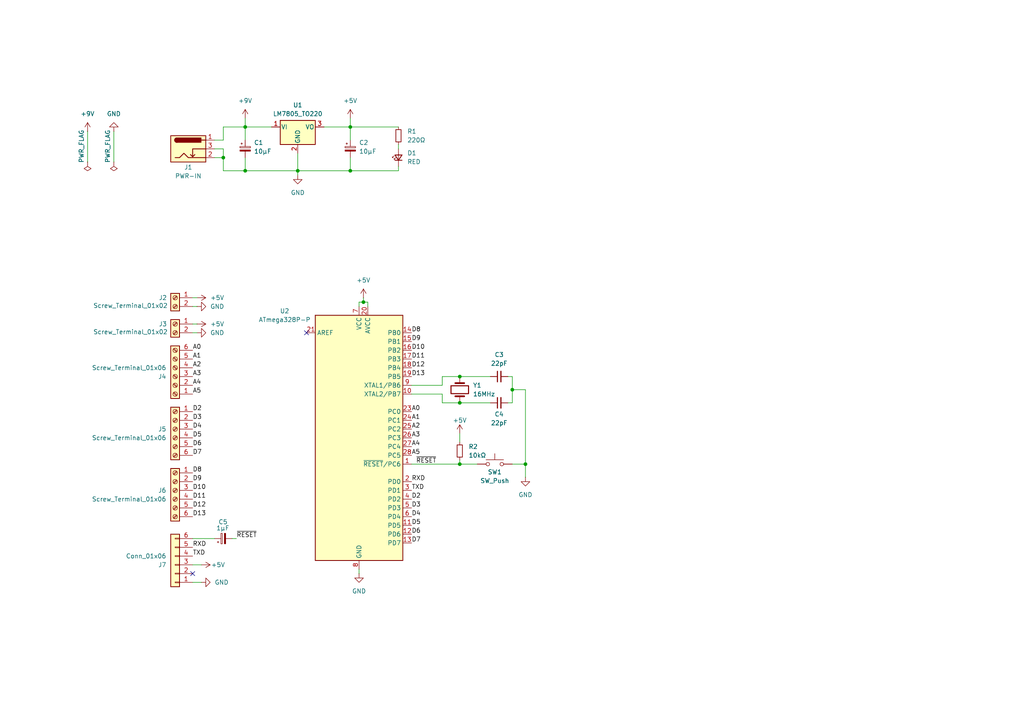
<source format=kicad_sch>
(kicad_sch
	(version 20231120)
	(generator "eeschema")
	(generator_version "8.0")
	(uuid "c9afb6e5-476c-4c97-83ae-1c7dcb560d31")
	(paper "A4")
	(lib_symbols
		(symbol "Connector:Barrel_Jack_Switch"
			(pin_names hide)
			(exclude_from_sim no)
			(in_bom yes)
			(on_board yes)
			(property "Reference" "J"
				(at 0 5.334 0)
				(effects
					(font
						(size 1.27 1.27)
					)
				)
			)
			(property "Value" "Barrel_Jack_Switch"
				(at 0 -5.08 0)
				(effects
					(font
						(size 1.27 1.27)
					)
				)
			)
			(property "Footprint" ""
				(at 1.27 -1.016 0)
				(effects
					(font
						(size 1.27 1.27)
					)
					(hide yes)
				)
			)
			(property "Datasheet" "~"
				(at 1.27 -1.016 0)
				(effects
					(font
						(size 1.27 1.27)
					)
					(hide yes)
				)
			)
			(property "Description" "DC Barrel Jack with an internal switch"
				(at 0 0 0)
				(effects
					(font
						(size 1.27 1.27)
					)
					(hide yes)
				)
			)
			(property "ki_keywords" "DC power barrel jack connector"
				(at 0 0 0)
				(effects
					(font
						(size 1.27 1.27)
					)
					(hide yes)
				)
			)
			(property "ki_fp_filters" "BarrelJack*"
				(at 0 0 0)
				(effects
					(font
						(size 1.27 1.27)
					)
					(hide yes)
				)
			)
			(symbol "Barrel_Jack_Switch_0_1"
				(rectangle
					(start -5.08 3.81)
					(end 5.08 -3.81)
					(stroke
						(width 0.254)
						(type default)
					)
					(fill
						(type background)
					)
				)
				(arc
					(start -3.302 3.175)
					(mid -3.9343 2.54)
					(end -3.302 1.905)
					(stroke
						(width 0.254)
						(type default)
					)
					(fill
						(type none)
					)
				)
				(arc
					(start -3.302 3.175)
					(mid -3.9343 2.54)
					(end -3.302 1.905)
					(stroke
						(width 0.254)
						(type default)
					)
					(fill
						(type outline)
					)
				)
				(polyline
					(pts
						(xy 1.27 -2.286) (xy 1.905 -1.651)
					)
					(stroke
						(width 0.254)
						(type default)
					)
					(fill
						(type none)
					)
				)
				(polyline
					(pts
						(xy 5.08 2.54) (xy 3.81 2.54)
					)
					(stroke
						(width 0.254)
						(type default)
					)
					(fill
						(type none)
					)
				)
				(polyline
					(pts
						(xy 5.08 0) (xy 1.27 0) (xy 1.27 -2.286) (xy 0.635 -1.651)
					)
					(stroke
						(width 0.254)
						(type default)
					)
					(fill
						(type none)
					)
				)
				(polyline
					(pts
						(xy -3.81 -2.54) (xy -2.54 -2.54) (xy -1.27 -1.27) (xy 0 -2.54) (xy 2.54 -2.54) (xy 5.08 -2.54)
					)
					(stroke
						(width 0.254)
						(type default)
					)
					(fill
						(type none)
					)
				)
				(rectangle
					(start 3.683 3.175)
					(end -3.302 1.905)
					(stroke
						(width 0.254)
						(type default)
					)
					(fill
						(type outline)
					)
				)
			)
			(symbol "Barrel_Jack_Switch_1_1"
				(pin passive line
					(at 7.62 2.54 180)
					(length 2.54)
					(name "~"
						(effects
							(font
								(size 1.27 1.27)
							)
						)
					)
					(number "1"
						(effects
							(font
								(size 1.27 1.27)
							)
						)
					)
				)
				(pin passive line
					(at 7.62 -2.54 180)
					(length 2.54)
					(name "~"
						(effects
							(font
								(size 1.27 1.27)
							)
						)
					)
					(number "2"
						(effects
							(font
								(size 1.27 1.27)
							)
						)
					)
				)
				(pin passive line
					(at 7.62 0 180)
					(length 2.54)
					(name "~"
						(effects
							(font
								(size 1.27 1.27)
							)
						)
					)
					(number "3"
						(effects
							(font
								(size 1.27 1.27)
							)
						)
					)
				)
			)
		)
		(symbol "Connector:Screw_Terminal_01x02"
			(pin_names
				(offset 1.016) hide)
			(exclude_from_sim no)
			(in_bom yes)
			(on_board yes)
			(property "Reference" "J"
				(at 0 2.54 0)
				(effects
					(font
						(size 1.27 1.27)
					)
				)
			)
			(property "Value" "Screw_Terminal_01x02"
				(at 0 -5.08 0)
				(effects
					(font
						(size 1.27 1.27)
					)
				)
			)
			(property "Footprint" ""
				(at 0 0 0)
				(effects
					(font
						(size 1.27 1.27)
					)
					(hide yes)
				)
			)
			(property "Datasheet" "~"
				(at 0 0 0)
				(effects
					(font
						(size 1.27 1.27)
					)
					(hide yes)
				)
			)
			(property "Description" "Generic screw terminal, single row, 01x02, script generated (kicad-library-utils/schlib/autogen/connector/)"
				(at 0 0 0)
				(effects
					(font
						(size 1.27 1.27)
					)
					(hide yes)
				)
			)
			(property "ki_keywords" "screw terminal"
				(at 0 0 0)
				(effects
					(font
						(size 1.27 1.27)
					)
					(hide yes)
				)
			)
			(property "ki_fp_filters" "TerminalBlock*:*"
				(at 0 0 0)
				(effects
					(font
						(size 1.27 1.27)
					)
					(hide yes)
				)
			)
			(symbol "Screw_Terminal_01x02_1_1"
				(rectangle
					(start -1.27 1.27)
					(end 1.27 -3.81)
					(stroke
						(width 0.254)
						(type default)
					)
					(fill
						(type background)
					)
				)
				(circle
					(center 0 -2.54)
					(radius 0.635)
					(stroke
						(width 0.1524)
						(type default)
					)
					(fill
						(type none)
					)
				)
				(polyline
					(pts
						(xy -0.5334 -2.2098) (xy 0.3302 -3.048)
					)
					(stroke
						(width 0.1524)
						(type default)
					)
					(fill
						(type none)
					)
				)
				(polyline
					(pts
						(xy -0.5334 0.3302) (xy 0.3302 -0.508)
					)
					(stroke
						(width 0.1524)
						(type default)
					)
					(fill
						(type none)
					)
				)
				(polyline
					(pts
						(xy -0.3556 -2.032) (xy 0.508 -2.8702)
					)
					(stroke
						(width 0.1524)
						(type default)
					)
					(fill
						(type none)
					)
				)
				(polyline
					(pts
						(xy -0.3556 0.508) (xy 0.508 -0.3302)
					)
					(stroke
						(width 0.1524)
						(type default)
					)
					(fill
						(type none)
					)
				)
				(circle
					(center 0 0)
					(radius 0.635)
					(stroke
						(width 0.1524)
						(type default)
					)
					(fill
						(type none)
					)
				)
				(pin passive line
					(at -5.08 0 0)
					(length 3.81)
					(name "Pin_1"
						(effects
							(font
								(size 1.27 1.27)
							)
						)
					)
					(number "1"
						(effects
							(font
								(size 1.27 1.27)
							)
						)
					)
				)
				(pin passive line
					(at -5.08 -2.54 0)
					(length 3.81)
					(name "Pin_2"
						(effects
							(font
								(size 1.27 1.27)
							)
						)
					)
					(number "2"
						(effects
							(font
								(size 1.27 1.27)
							)
						)
					)
				)
			)
		)
		(symbol "Connector:Screw_Terminal_01x06"
			(pin_names
				(offset 1.016) hide)
			(exclude_from_sim no)
			(in_bom yes)
			(on_board yes)
			(property "Reference" "J"
				(at 0 7.62 0)
				(effects
					(font
						(size 1.27 1.27)
					)
				)
			)
			(property "Value" "Screw_Terminal_01x06"
				(at 0 -10.16 0)
				(effects
					(font
						(size 1.27 1.27)
					)
				)
			)
			(property "Footprint" ""
				(at 0 0 0)
				(effects
					(font
						(size 1.27 1.27)
					)
					(hide yes)
				)
			)
			(property "Datasheet" "~"
				(at 0 0 0)
				(effects
					(font
						(size 1.27 1.27)
					)
					(hide yes)
				)
			)
			(property "Description" "Generic screw terminal, single row, 01x06, script generated (kicad-library-utils/schlib/autogen/connector/)"
				(at 0 0 0)
				(effects
					(font
						(size 1.27 1.27)
					)
					(hide yes)
				)
			)
			(property "ki_keywords" "screw terminal"
				(at 0 0 0)
				(effects
					(font
						(size 1.27 1.27)
					)
					(hide yes)
				)
			)
			(property "ki_fp_filters" "TerminalBlock*:*"
				(at 0 0 0)
				(effects
					(font
						(size 1.27 1.27)
					)
					(hide yes)
				)
			)
			(symbol "Screw_Terminal_01x06_1_1"
				(rectangle
					(start -1.27 6.35)
					(end 1.27 -8.89)
					(stroke
						(width 0.254)
						(type default)
					)
					(fill
						(type background)
					)
				)
				(circle
					(center 0 -7.62)
					(radius 0.635)
					(stroke
						(width 0.1524)
						(type default)
					)
					(fill
						(type none)
					)
				)
				(circle
					(center 0 -5.08)
					(radius 0.635)
					(stroke
						(width 0.1524)
						(type default)
					)
					(fill
						(type none)
					)
				)
				(circle
					(center 0 -2.54)
					(radius 0.635)
					(stroke
						(width 0.1524)
						(type default)
					)
					(fill
						(type none)
					)
				)
				(polyline
					(pts
						(xy -0.5334 -7.2898) (xy 0.3302 -8.128)
					)
					(stroke
						(width 0.1524)
						(type default)
					)
					(fill
						(type none)
					)
				)
				(polyline
					(pts
						(xy -0.5334 -4.7498) (xy 0.3302 -5.588)
					)
					(stroke
						(width 0.1524)
						(type default)
					)
					(fill
						(type none)
					)
				)
				(polyline
					(pts
						(xy -0.5334 -2.2098) (xy 0.3302 -3.048)
					)
					(stroke
						(width 0.1524)
						(type default)
					)
					(fill
						(type none)
					)
				)
				(polyline
					(pts
						(xy -0.5334 0.3302) (xy 0.3302 -0.508)
					)
					(stroke
						(width 0.1524)
						(type default)
					)
					(fill
						(type none)
					)
				)
				(polyline
					(pts
						(xy -0.5334 2.8702) (xy 0.3302 2.032)
					)
					(stroke
						(width 0.1524)
						(type default)
					)
					(fill
						(type none)
					)
				)
				(polyline
					(pts
						(xy -0.5334 5.4102) (xy 0.3302 4.572)
					)
					(stroke
						(width 0.1524)
						(type default)
					)
					(fill
						(type none)
					)
				)
				(polyline
					(pts
						(xy -0.3556 -7.112) (xy 0.508 -7.9502)
					)
					(stroke
						(width 0.1524)
						(type default)
					)
					(fill
						(type none)
					)
				)
				(polyline
					(pts
						(xy -0.3556 -4.572) (xy 0.508 -5.4102)
					)
					(stroke
						(width 0.1524)
						(type default)
					)
					(fill
						(type none)
					)
				)
				(polyline
					(pts
						(xy -0.3556 -2.032) (xy 0.508 -2.8702)
					)
					(stroke
						(width 0.1524)
						(type default)
					)
					(fill
						(type none)
					)
				)
				(polyline
					(pts
						(xy -0.3556 0.508) (xy 0.508 -0.3302)
					)
					(stroke
						(width 0.1524)
						(type default)
					)
					(fill
						(type none)
					)
				)
				(polyline
					(pts
						(xy -0.3556 3.048) (xy 0.508 2.2098)
					)
					(stroke
						(width 0.1524)
						(type default)
					)
					(fill
						(type none)
					)
				)
				(polyline
					(pts
						(xy -0.3556 5.588) (xy 0.508 4.7498)
					)
					(stroke
						(width 0.1524)
						(type default)
					)
					(fill
						(type none)
					)
				)
				(circle
					(center 0 0)
					(radius 0.635)
					(stroke
						(width 0.1524)
						(type default)
					)
					(fill
						(type none)
					)
				)
				(circle
					(center 0 2.54)
					(radius 0.635)
					(stroke
						(width 0.1524)
						(type default)
					)
					(fill
						(type none)
					)
				)
				(circle
					(center 0 5.08)
					(radius 0.635)
					(stroke
						(width 0.1524)
						(type default)
					)
					(fill
						(type none)
					)
				)
				(pin passive line
					(at -5.08 5.08 0)
					(length 3.81)
					(name "Pin_1"
						(effects
							(font
								(size 1.27 1.27)
							)
						)
					)
					(number "1"
						(effects
							(font
								(size 1.27 1.27)
							)
						)
					)
				)
				(pin passive line
					(at -5.08 2.54 0)
					(length 3.81)
					(name "Pin_2"
						(effects
							(font
								(size 1.27 1.27)
							)
						)
					)
					(number "2"
						(effects
							(font
								(size 1.27 1.27)
							)
						)
					)
				)
				(pin passive line
					(at -5.08 0 0)
					(length 3.81)
					(name "Pin_3"
						(effects
							(font
								(size 1.27 1.27)
							)
						)
					)
					(number "3"
						(effects
							(font
								(size 1.27 1.27)
							)
						)
					)
				)
				(pin passive line
					(at -5.08 -2.54 0)
					(length 3.81)
					(name "Pin_4"
						(effects
							(font
								(size 1.27 1.27)
							)
						)
					)
					(number "4"
						(effects
							(font
								(size 1.27 1.27)
							)
						)
					)
				)
				(pin passive line
					(at -5.08 -5.08 0)
					(length 3.81)
					(name "Pin_5"
						(effects
							(font
								(size 1.27 1.27)
							)
						)
					)
					(number "5"
						(effects
							(font
								(size 1.27 1.27)
							)
						)
					)
				)
				(pin passive line
					(at -5.08 -7.62 0)
					(length 3.81)
					(name "Pin_6"
						(effects
							(font
								(size 1.27 1.27)
							)
						)
					)
					(number "6"
						(effects
							(font
								(size 1.27 1.27)
							)
						)
					)
				)
			)
		)
		(symbol "Connector_Generic:Conn_01x06"
			(pin_names
				(offset 1.016) hide)
			(exclude_from_sim no)
			(in_bom yes)
			(on_board yes)
			(property "Reference" "J"
				(at 0 7.62 0)
				(effects
					(font
						(size 1.27 1.27)
					)
				)
			)
			(property "Value" "Conn_01x06"
				(at 0 -10.16 0)
				(effects
					(font
						(size 1.27 1.27)
					)
				)
			)
			(property "Footprint" ""
				(at 0 0 0)
				(effects
					(font
						(size 1.27 1.27)
					)
					(hide yes)
				)
			)
			(property "Datasheet" "~"
				(at 0 0 0)
				(effects
					(font
						(size 1.27 1.27)
					)
					(hide yes)
				)
			)
			(property "Description" "Generic connector, single row, 01x06, script generated (kicad-library-utils/schlib/autogen/connector/)"
				(at 0 0 0)
				(effects
					(font
						(size 1.27 1.27)
					)
					(hide yes)
				)
			)
			(property "ki_keywords" "connector"
				(at 0 0 0)
				(effects
					(font
						(size 1.27 1.27)
					)
					(hide yes)
				)
			)
			(property "ki_fp_filters" "Connector*:*_1x??_*"
				(at 0 0 0)
				(effects
					(font
						(size 1.27 1.27)
					)
					(hide yes)
				)
			)
			(symbol "Conn_01x06_1_1"
				(rectangle
					(start -1.27 -7.493)
					(end 0 -7.747)
					(stroke
						(width 0.1524)
						(type default)
					)
					(fill
						(type none)
					)
				)
				(rectangle
					(start -1.27 -4.953)
					(end 0 -5.207)
					(stroke
						(width 0.1524)
						(type default)
					)
					(fill
						(type none)
					)
				)
				(rectangle
					(start -1.27 -2.413)
					(end 0 -2.667)
					(stroke
						(width 0.1524)
						(type default)
					)
					(fill
						(type none)
					)
				)
				(rectangle
					(start -1.27 0.127)
					(end 0 -0.127)
					(stroke
						(width 0.1524)
						(type default)
					)
					(fill
						(type none)
					)
				)
				(rectangle
					(start -1.27 2.667)
					(end 0 2.413)
					(stroke
						(width 0.1524)
						(type default)
					)
					(fill
						(type none)
					)
				)
				(rectangle
					(start -1.27 5.207)
					(end 0 4.953)
					(stroke
						(width 0.1524)
						(type default)
					)
					(fill
						(type none)
					)
				)
				(rectangle
					(start -1.27 6.35)
					(end 1.27 -8.89)
					(stroke
						(width 0.254)
						(type default)
					)
					(fill
						(type background)
					)
				)
				(pin passive line
					(at -5.08 5.08 0)
					(length 3.81)
					(name "Pin_1"
						(effects
							(font
								(size 1.27 1.27)
							)
						)
					)
					(number "1"
						(effects
							(font
								(size 1.27 1.27)
							)
						)
					)
				)
				(pin passive line
					(at -5.08 2.54 0)
					(length 3.81)
					(name "Pin_2"
						(effects
							(font
								(size 1.27 1.27)
							)
						)
					)
					(number "2"
						(effects
							(font
								(size 1.27 1.27)
							)
						)
					)
				)
				(pin passive line
					(at -5.08 0 0)
					(length 3.81)
					(name "Pin_3"
						(effects
							(font
								(size 1.27 1.27)
							)
						)
					)
					(number "3"
						(effects
							(font
								(size 1.27 1.27)
							)
						)
					)
				)
				(pin passive line
					(at -5.08 -2.54 0)
					(length 3.81)
					(name "Pin_4"
						(effects
							(font
								(size 1.27 1.27)
							)
						)
					)
					(number "4"
						(effects
							(font
								(size 1.27 1.27)
							)
						)
					)
				)
				(pin passive line
					(at -5.08 -5.08 0)
					(length 3.81)
					(name "Pin_5"
						(effects
							(font
								(size 1.27 1.27)
							)
						)
					)
					(number "5"
						(effects
							(font
								(size 1.27 1.27)
							)
						)
					)
				)
				(pin passive line
					(at -5.08 -7.62 0)
					(length 3.81)
					(name "Pin_6"
						(effects
							(font
								(size 1.27 1.27)
							)
						)
					)
					(number "6"
						(effects
							(font
								(size 1.27 1.27)
							)
						)
					)
				)
			)
		)
		(symbol "Device:C_Polarized_Small"
			(pin_numbers hide)
			(pin_names
				(offset 0.254) hide)
			(exclude_from_sim no)
			(in_bom yes)
			(on_board yes)
			(property "Reference" "C"
				(at 0.254 1.778 0)
				(effects
					(font
						(size 1.27 1.27)
					)
					(justify left)
				)
			)
			(property "Value" "C_Polarized_Small"
				(at 0.254 -2.032 0)
				(effects
					(font
						(size 1.27 1.27)
					)
					(justify left)
				)
			)
			(property "Footprint" ""
				(at 0 0 0)
				(effects
					(font
						(size 1.27 1.27)
					)
					(hide yes)
				)
			)
			(property "Datasheet" "~"
				(at 0 0 0)
				(effects
					(font
						(size 1.27 1.27)
					)
					(hide yes)
				)
			)
			(property "Description" "Polarized capacitor, small symbol"
				(at 0 0 0)
				(effects
					(font
						(size 1.27 1.27)
					)
					(hide yes)
				)
			)
			(property "ki_keywords" "cap capacitor"
				(at 0 0 0)
				(effects
					(font
						(size 1.27 1.27)
					)
					(hide yes)
				)
			)
			(property "ki_fp_filters" "CP_*"
				(at 0 0 0)
				(effects
					(font
						(size 1.27 1.27)
					)
					(hide yes)
				)
			)
			(symbol "C_Polarized_Small_0_1"
				(rectangle
					(start -1.524 -0.3048)
					(end 1.524 -0.6858)
					(stroke
						(width 0)
						(type default)
					)
					(fill
						(type outline)
					)
				)
				(rectangle
					(start -1.524 0.6858)
					(end 1.524 0.3048)
					(stroke
						(width 0)
						(type default)
					)
					(fill
						(type none)
					)
				)
				(polyline
					(pts
						(xy -1.27 1.524) (xy -0.762 1.524)
					)
					(stroke
						(width 0)
						(type default)
					)
					(fill
						(type none)
					)
				)
				(polyline
					(pts
						(xy -1.016 1.27) (xy -1.016 1.778)
					)
					(stroke
						(width 0)
						(type default)
					)
					(fill
						(type none)
					)
				)
			)
			(symbol "C_Polarized_Small_1_1"
				(pin passive line
					(at 0 2.54 270)
					(length 1.8542)
					(name "~"
						(effects
							(font
								(size 1.27 1.27)
							)
						)
					)
					(number "1"
						(effects
							(font
								(size 1.27 1.27)
							)
						)
					)
				)
				(pin passive line
					(at 0 -2.54 90)
					(length 1.8542)
					(name "~"
						(effects
							(font
								(size 1.27 1.27)
							)
						)
					)
					(number "2"
						(effects
							(font
								(size 1.27 1.27)
							)
						)
					)
				)
			)
		)
		(symbol "Device:C_Small"
			(pin_numbers hide)
			(pin_names
				(offset 0.254) hide)
			(exclude_from_sim no)
			(in_bom yes)
			(on_board yes)
			(property "Reference" "C"
				(at 0.254 1.778 0)
				(effects
					(font
						(size 1.27 1.27)
					)
					(justify left)
				)
			)
			(property "Value" "C_Small"
				(at 0.254 -2.032 0)
				(effects
					(font
						(size 1.27 1.27)
					)
					(justify left)
				)
			)
			(property "Footprint" ""
				(at 0 0 0)
				(effects
					(font
						(size 1.27 1.27)
					)
					(hide yes)
				)
			)
			(property "Datasheet" "~"
				(at 0 0 0)
				(effects
					(font
						(size 1.27 1.27)
					)
					(hide yes)
				)
			)
			(property "Description" "Unpolarized capacitor, small symbol"
				(at 0 0 0)
				(effects
					(font
						(size 1.27 1.27)
					)
					(hide yes)
				)
			)
			(property "ki_keywords" "capacitor cap"
				(at 0 0 0)
				(effects
					(font
						(size 1.27 1.27)
					)
					(hide yes)
				)
			)
			(property "ki_fp_filters" "C_*"
				(at 0 0 0)
				(effects
					(font
						(size 1.27 1.27)
					)
					(hide yes)
				)
			)
			(symbol "C_Small_0_1"
				(polyline
					(pts
						(xy -1.524 -0.508) (xy 1.524 -0.508)
					)
					(stroke
						(width 0.3302)
						(type default)
					)
					(fill
						(type none)
					)
				)
				(polyline
					(pts
						(xy -1.524 0.508) (xy 1.524 0.508)
					)
					(stroke
						(width 0.3048)
						(type default)
					)
					(fill
						(type none)
					)
				)
			)
			(symbol "C_Small_1_1"
				(pin passive line
					(at 0 2.54 270)
					(length 2.032)
					(name "~"
						(effects
							(font
								(size 1.27 1.27)
							)
						)
					)
					(number "1"
						(effects
							(font
								(size 1.27 1.27)
							)
						)
					)
				)
				(pin passive line
					(at 0 -2.54 90)
					(length 2.032)
					(name "~"
						(effects
							(font
								(size 1.27 1.27)
							)
						)
					)
					(number "2"
						(effects
							(font
								(size 1.27 1.27)
							)
						)
					)
				)
			)
		)
		(symbol "Device:Crystal"
			(pin_numbers hide)
			(pin_names
				(offset 1.016) hide)
			(exclude_from_sim no)
			(in_bom yes)
			(on_board yes)
			(property "Reference" "Y"
				(at 0 3.81 0)
				(effects
					(font
						(size 1.27 1.27)
					)
				)
			)
			(property "Value" "Crystal"
				(at 0 -3.81 0)
				(effects
					(font
						(size 1.27 1.27)
					)
				)
			)
			(property "Footprint" ""
				(at 0 0 0)
				(effects
					(font
						(size 1.27 1.27)
					)
					(hide yes)
				)
			)
			(property "Datasheet" "~"
				(at 0 0 0)
				(effects
					(font
						(size 1.27 1.27)
					)
					(hide yes)
				)
			)
			(property "Description" "Two pin crystal"
				(at 0 0 0)
				(effects
					(font
						(size 1.27 1.27)
					)
					(hide yes)
				)
			)
			(property "ki_keywords" "quartz ceramic resonator oscillator"
				(at 0 0 0)
				(effects
					(font
						(size 1.27 1.27)
					)
					(hide yes)
				)
			)
			(property "ki_fp_filters" "Crystal*"
				(at 0 0 0)
				(effects
					(font
						(size 1.27 1.27)
					)
					(hide yes)
				)
			)
			(symbol "Crystal_0_1"
				(rectangle
					(start -1.143 2.54)
					(end 1.143 -2.54)
					(stroke
						(width 0.3048)
						(type default)
					)
					(fill
						(type none)
					)
				)
				(polyline
					(pts
						(xy -2.54 0) (xy -1.905 0)
					)
					(stroke
						(width 0)
						(type default)
					)
					(fill
						(type none)
					)
				)
				(polyline
					(pts
						(xy -1.905 -1.27) (xy -1.905 1.27)
					)
					(stroke
						(width 0.508)
						(type default)
					)
					(fill
						(type none)
					)
				)
				(polyline
					(pts
						(xy 1.905 -1.27) (xy 1.905 1.27)
					)
					(stroke
						(width 0.508)
						(type default)
					)
					(fill
						(type none)
					)
				)
				(polyline
					(pts
						(xy 2.54 0) (xy 1.905 0)
					)
					(stroke
						(width 0)
						(type default)
					)
					(fill
						(type none)
					)
				)
			)
			(symbol "Crystal_1_1"
				(pin passive line
					(at -3.81 0 0)
					(length 1.27)
					(name "1"
						(effects
							(font
								(size 1.27 1.27)
							)
						)
					)
					(number "1"
						(effects
							(font
								(size 1.27 1.27)
							)
						)
					)
				)
				(pin passive line
					(at 3.81 0 180)
					(length 1.27)
					(name "2"
						(effects
							(font
								(size 1.27 1.27)
							)
						)
					)
					(number "2"
						(effects
							(font
								(size 1.27 1.27)
							)
						)
					)
				)
			)
		)
		(symbol "Device:LED_Small"
			(pin_numbers hide)
			(pin_names
				(offset 0.254) hide)
			(exclude_from_sim no)
			(in_bom yes)
			(on_board yes)
			(property "Reference" "D"
				(at -1.27 3.175 0)
				(effects
					(font
						(size 1.27 1.27)
					)
					(justify left)
				)
			)
			(property "Value" "LED_Small"
				(at -4.445 -2.54 0)
				(effects
					(font
						(size 1.27 1.27)
					)
					(justify left)
				)
			)
			(property "Footprint" ""
				(at 0 0 90)
				(effects
					(font
						(size 1.27 1.27)
					)
					(hide yes)
				)
			)
			(property "Datasheet" "~"
				(at 0 0 90)
				(effects
					(font
						(size 1.27 1.27)
					)
					(hide yes)
				)
			)
			(property "Description" "Light emitting diode, small symbol"
				(at 0 0 0)
				(effects
					(font
						(size 1.27 1.27)
					)
					(hide yes)
				)
			)
			(property "ki_keywords" "LED diode light-emitting-diode"
				(at 0 0 0)
				(effects
					(font
						(size 1.27 1.27)
					)
					(hide yes)
				)
			)
			(property "ki_fp_filters" "LED* LED_SMD:* LED_THT:*"
				(at 0 0 0)
				(effects
					(font
						(size 1.27 1.27)
					)
					(hide yes)
				)
			)
			(symbol "LED_Small_0_1"
				(polyline
					(pts
						(xy -0.762 -1.016) (xy -0.762 1.016)
					)
					(stroke
						(width 0.254)
						(type default)
					)
					(fill
						(type none)
					)
				)
				(polyline
					(pts
						(xy 1.016 0) (xy -0.762 0)
					)
					(stroke
						(width 0)
						(type default)
					)
					(fill
						(type none)
					)
				)
				(polyline
					(pts
						(xy 0.762 -1.016) (xy -0.762 0) (xy 0.762 1.016) (xy 0.762 -1.016)
					)
					(stroke
						(width 0.254)
						(type default)
					)
					(fill
						(type none)
					)
				)
				(polyline
					(pts
						(xy 0 0.762) (xy -0.508 1.27) (xy -0.254 1.27) (xy -0.508 1.27) (xy -0.508 1.016)
					)
					(stroke
						(width 0)
						(type default)
					)
					(fill
						(type none)
					)
				)
				(polyline
					(pts
						(xy 0.508 1.27) (xy 0 1.778) (xy 0.254 1.778) (xy 0 1.778) (xy 0 1.524)
					)
					(stroke
						(width 0)
						(type default)
					)
					(fill
						(type none)
					)
				)
			)
			(symbol "LED_Small_1_1"
				(pin passive line
					(at -2.54 0 0)
					(length 1.778)
					(name "K"
						(effects
							(font
								(size 1.27 1.27)
							)
						)
					)
					(number "1"
						(effects
							(font
								(size 1.27 1.27)
							)
						)
					)
				)
				(pin passive line
					(at 2.54 0 180)
					(length 1.778)
					(name "A"
						(effects
							(font
								(size 1.27 1.27)
							)
						)
					)
					(number "2"
						(effects
							(font
								(size 1.27 1.27)
							)
						)
					)
				)
			)
		)
		(symbol "Device:R_Small"
			(pin_numbers hide)
			(pin_names
				(offset 0.254) hide)
			(exclude_from_sim no)
			(in_bom yes)
			(on_board yes)
			(property "Reference" "R"
				(at 0.762 0.508 0)
				(effects
					(font
						(size 1.27 1.27)
					)
					(justify left)
				)
			)
			(property "Value" "R_Small"
				(at 0.762 -1.016 0)
				(effects
					(font
						(size 1.27 1.27)
					)
					(justify left)
				)
			)
			(property "Footprint" ""
				(at 0 0 0)
				(effects
					(font
						(size 1.27 1.27)
					)
					(hide yes)
				)
			)
			(property "Datasheet" "~"
				(at 0 0 0)
				(effects
					(font
						(size 1.27 1.27)
					)
					(hide yes)
				)
			)
			(property "Description" "Resistor, small symbol"
				(at 0 0 0)
				(effects
					(font
						(size 1.27 1.27)
					)
					(hide yes)
				)
			)
			(property "ki_keywords" "R resistor"
				(at 0 0 0)
				(effects
					(font
						(size 1.27 1.27)
					)
					(hide yes)
				)
			)
			(property "ki_fp_filters" "R_*"
				(at 0 0 0)
				(effects
					(font
						(size 1.27 1.27)
					)
					(hide yes)
				)
			)
			(symbol "R_Small_0_1"
				(rectangle
					(start -0.762 1.778)
					(end 0.762 -1.778)
					(stroke
						(width 0.2032)
						(type default)
					)
					(fill
						(type none)
					)
				)
			)
			(symbol "R_Small_1_1"
				(pin passive line
					(at 0 2.54 270)
					(length 0.762)
					(name "~"
						(effects
							(font
								(size 1.27 1.27)
							)
						)
					)
					(number "1"
						(effects
							(font
								(size 1.27 1.27)
							)
						)
					)
				)
				(pin passive line
					(at 0 -2.54 90)
					(length 0.762)
					(name "~"
						(effects
							(font
								(size 1.27 1.27)
							)
						)
					)
					(number "2"
						(effects
							(font
								(size 1.27 1.27)
							)
						)
					)
				)
			)
		)
		(symbol "MCU_Microchip_ATmega:ATmega328P-P"
			(exclude_from_sim no)
			(in_bom yes)
			(on_board yes)
			(property "Reference" "U"
				(at -12.7 36.83 0)
				(effects
					(font
						(size 1.27 1.27)
					)
					(justify left bottom)
				)
			)
			(property "Value" "ATmega328P-P"
				(at 2.54 -36.83 0)
				(effects
					(font
						(size 1.27 1.27)
					)
					(justify left top)
				)
			)
			(property "Footprint" "Package_DIP:DIP-28_W7.62mm"
				(at 0 0 0)
				(effects
					(font
						(size 1.27 1.27)
						(italic yes)
					)
					(hide yes)
				)
			)
			(property "Datasheet" "http://ww1.microchip.com/downloads/en/DeviceDoc/ATmega328_P%20AVR%20MCU%20with%20picoPower%20Technology%20Data%20Sheet%2040001984A.pdf"
				(at 0 0 0)
				(effects
					(font
						(size 1.27 1.27)
					)
					(hide yes)
				)
			)
			(property "Description" "20MHz, 32kB Flash, 2kB SRAM, 1kB EEPROM, DIP-28"
				(at 0 0 0)
				(effects
					(font
						(size 1.27 1.27)
					)
					(hide yes)
				)
			)
			(property "ki_keywords" "AVR 8bit Microcontroller MegaAVR PicoPower"
				(at 0 0 0)
				(effects
					(font
						(size 1.27 1.27)
					)
					(hide yes)
				)
			)
			(property "ki_fp_filters" "DIP*W7.62mm*"
				(at 0 0 0)
				(effects
					(font
						(size 1.27 1.27)
					)
					(hide yes)
				)
			)
			(symbol "ATmega328P-P_0_1"
				(rectangle
					(start -12.7 -35.56)
					(end 12.7 35.56)
					(stroke
						(width 0.254)
						(type default)
					)
					(fill
						(type background)
					)
				)
			)
			(symbol "ATmega328P-P_1_1"
				(pin bidirectional line
					(at 15.24 -7.62 180)
					(length 2.54)
					(name "~{RESET}/PC6"
						(effects
							(font
								(size 1.27 1.27)
							)
						)
					)
					(number "1"
						(effects
							(font
								(size 1.27 1.27)
							)
						)
					)
				)
				(pin bidirectional line
					(at 15.24 12.7 180)
					(length 2.54)
					(name "XTAL2/PB7"
						(effects
							(font
								(size 1.27 1.27)
							)
						)
					)
					(number "10"
						(effects
							(font
								(size 1.27 1.27)
							)
						)
					)
				)
				(pin bidirectional line
					(at 15.24 -25.4 180)
					(length 2.54)
					(name "PD5"
						(effects
							(font
								(size 1.27 1.27)
							)
						)
					)
					(number "11"
						(effects
							(font
								(size 1.27 1.27)
							)
						)
					)
				)
				(pin bidirectional line
					(at 15.24 -27.94 180)
					(length 2.54)
					(name "PD6"
						(effects
							(font
								(size 1.27 1.27)
							)
						)
					)
					(number "12"
						(effects
							(font
								(size 1.27 1.27)
							)
						)
					)
				)
				(pin bidirectional line
					(at 15.24 -30.48 180)
					(length 2.54)
					(name "PD7"
						(effects
							(font
								(size 1.27 1.27)
							)
						)
					)
					(number "13"
						(effects
							(font
								(size 1.27 1.27)
							)
						)
					)
				)
				(pin bidirectional line
					(at 15.24 30.48 180)
					(length 2.54)
					(name "PB0"
						(effects
							(font
								(size 1.27 1.27)
							)
						)
					)
					(number "14"
						(effects
							(font
								(size 1.27 1.27)
							)
						)
					)
				)
				(pin bidirectional line
					(at 15.24 27.94 180)
					(length 2.54)
					(name "PB1"
						(effects
							(font
								(size 1.27 1.27)
							)
						)
					)
					(number "15"
						(effects
							(font
								(size 1.27 1.27)
							)
						)
					)
				)
				(pin bidirectional line
					(at 15.24 25.4 180)
					(length 2.54)
					(name "PB2"
						(effects
							(font
								(size 1.27 1.27)
							)
						)
					)
					(number "16"
						(effects
							(font
								(size 1.27 1.27)
							)
						)
					)
				)
				(pin bidirectional line
					(at 15.24 22.86 180)
					(length 2.54)
					(name "PB3"
						(effects
							(font
								(size 1.27 1.27)
							)
						)
					)
					(number "17"
						(effects
							(font
								(size 1.27 1.27)
							)
						)
					)
				)
				(pin bidirectional line
					(at 15.24 20.32 180)
					(length 2.54)
					(name "PB4"
						(effects
							(font
								(size 1.27 1.27)
							)
						)
					)
					(number "18"
						(effects
							(font
								(size 1.27 1.27)
							)
						)
					)
				)
				(pin bidirectional line
					(at 15.24 17.78 180)
					(length 2.54)
					(name "PB5"
						(effects
							(font
								(size 1.27 1.27)
							)
						)
					)
					(number "19"
						(effects
							(font
								(size 1.27 1.27)
							)
						)
					)
				)
				(pin bidirectional line
					(at 15.24 -12.7 180)
					(length 2.54)
					(name "PD0"
						(effects
							(font
								(size 1.27 1.27)
							)
						)
					)
					(number "2"
						(effects
							(font
								(size 1.27 1.27)
							)
						)
					)
				)
				(pin power_in line
					(at 2.54 38.1 270)
					(length 2.54)
					(name "AVCC"
						(effects
							(font
								(size 1.27 1.27)
							)
						)
					)
					(number "20"
						(effects
							(font
								(size 1.27 1.27)
							)
						)
					)
				)
				(pin passive line
					(at -15.24 30.48 0)
					(length 2.54)
					(name "AREF"
						(effects
							(font
								(size 1.27 1.27)
							)
						)
					)
					(number "21"
						(effects
							(font
								(size 1.27 1.27)
							)
						)
					)
				)
				(pin passive line
					(at 0 -38.1 90)
					(length 2.54) hide
					(name "GND"
						(effects
							(font
								(size 1.27 1.27)
							)
						)
					)
					(number "22"
						(effects
							(font
								(size 1.27 1.27)
							)
						)
					)
				)
				(pin bidirectional line
					(at 15.24 7.62 180)
					(length 2.54)
					(name "PC0"
						(effects
							(font
								(size 1.27 1.27)
							)
						)
					)
					(number "23"
						(effects
							(font
								(size 1.27 1.27)
							)
						)
					)
				)
				(pin bidirectional line
					(at 15.24 5.08 180)
					(length 2.54)
					(name "PC1"
						(effects
							(font
								(size 1.27 1.27)
							)
						)
					)
					(number "24"
						(effects
							(font
								(size 1.27 1.27)
							)
						)
					)
				)
				(pin bidirectional line
					(at 15.24 2.54 180)
					(length 2.54)
					(name "PC2"
						(effects
							(font
								(size 1.27 1.27)
							)
						)
					)
					(number "25"
						(effects
							(font
								(size 1.27 1.27)
							)
						)
					)
				)
				(pin bidirectional line
					(at 15.24 0 180)
					(length 2.54)
					(name "PC3"
						(effects
							(font
								(size 1.27 1.27)
							)
						)
					)
					(number "26"
						(effects
							(font
								(size 1.27 1.27)
							)
						)
					)
				)
				(pin bidirectional line
					(at 15.24 -2.54 180)
					(length 2.54)
					(name "PC4"
						(effects
							(font
								(size 1.27 1.27)
							)
						)
					)
					(number "27"
						(effects
							(font
								(size 1.27 1.27)
							)
						)
					)
				)
				(pin bidirectional line
					(at 15.24 -5.08 180)
					(length 2.54)
					(name "PC5"
						(effects
							(font
								(size 1.27 1.27)
							)
						)
					)
					(number "28"
						(effects
							(font
								(size 1.27 1.27)
							)
						)
					)
				)
				(pin bidirectional line
					(at 15.24 -15.24 180)
					(length 2.54)
					(name "PD1"
						(effects
							(font
								(size 1.27 1.27)
							)
						)
					)
					(number "3"
						(effects
							(font
								(size 1.27 1.27)
							)
						)
					)
				)
				(pin bidirectional line
					(at 15.24 -17.78 180)
					(length 2.54)
					(name "PD2"
						(effects
							(font
								(size 1.27 1.27)
							)
						)
					)
					(number "4"
						(effects
							(font
								(size 1.27 1.27)
							)
						)
					)
				)
				(pin bidirectional line
					(at 15.24 -20.32 180)
					(length 2.54)
					(name "PD3"
						(effects
							(font
								(size 1.27 1.27)
							)
						)
					)
					(number "5"
						(effects
							(font
								(size 1.27 1.27)
							)
						)
					)
				)
				(pin bidirectional line
					(at 15.24 -22.86 180)
					(length 2.54)
					(name "PD4"
						(effects
							(font
								(size 1.27 1.27)
							)
						)
					)
					(number "6"
						(effects
							(font
								(size 1.27 1.27)
							)
						)
					)
				)
				(pin power_in line
					(at 0 38.1 270)
					(length 2.54)
					(name "VCC"
						(effects
							(font
								(size 1.27 1.27)
							)
						)
					)
					(number "7"
						(effects
							(font
								(size 1.27 1.27)
							)
						)
					)
				)
				(pin power_in line
					(at 0 -38.1 90)
					(length 2.54)
					(name "GND"
						(effects
							(font
								(size 1.27 1.27)
							)
						)
					)
					(number "8"
						(effects
							(font
								(size 1.27 1.27)
							)
						)
					)
				)
				(pin bidirectional line
					(at 15.24 15.24 180)
					(length 2.54)
					(name "XTAL1/PB6"
						(effects
							(font
								(size 1.27 1.27)
							)
						)
					)
					(number "9"
						(effects
							(font
								(size 1.27 1.27)
							)
						)
					)
				)
			)
		)
		(symbol "Regulator_Linear:LM7805_TO220"
			(pin_names
				(offset 0.254)
			)
			(exclude_from_sim no)
			(in_bom yes)
			(on_board yes)
			(property "Reference" "U"
				(at -3.81 3.175 0)
				(effects
					(font
						(size 1.27 1.27)
					)
				)
			)
			(property "Value" "LM7805_TO220"
				(at 0 3.175 0)
				(effects
					(font
						(size 1.27 1.27)
					)
					(justify left)
				)
			)
			(property "Footprint" "Package_TO_SOT_THT:TO-220-3_Vertical"
				(at 0 5.715 0)
				(effects
					(font
						(size 1.27 1.27)
						(italic yes)
					)
					(hide yes)
				)
			)
			(property "Datasheet" "https://www.onsemi.cn/PowerSolutions/document/MC7800-D.PDF"
				(at 0 -1.27 0)
				(effects
					(font
						(size 1.27 1.27)
					)
					(hide yes)
				)
			)
			(property "Description" "Positive 1A 35V Linear Regulator, Fixed Output 5V, TO-220"
				(at 0 0 0)
				(effects
					(font
						(size 1.27 1.27)
					)
					(hide yes)
				)
			)
			(property "ki_keywords" "Voltage Regulator 1A Positive"
				(at 0 0 0)
				(effects
					(font
						(size 1.27 1.27)
					)
					(hide yes)
				)
			)
			(property "ki_fp_filters" "TO?220*"
				(at 0 0 0)
				(effects
					(font
						(size 1.27 1.27)
					)
					(hide yes)
				)
			)
			(symbol "LM7805_TO220_0_1"
				(rectangle
					(start -5.08 1.905)
					(end 5.08 -5.08)
					(stroke
						(width 0.254)
						(type default)
					)
					(fill
						(type background)
					)
				)
			)
			(symbol "LM7805_TO220_1_1"
				(pin power_in line
					(at -7.62 0 0)
					(length 2.54)
					(name "VI"
						(effects
							(font
								(size 1.27 1.27)
							)
						)
					)
					(number "1"
						(effects
							(font
								(size 1.27 1.27)
							)
						)
					)
				)
				(pin power_in line
					(at 0 -7.62 90)
					(length 2.54)
					(name "GND"
						(effects
							(font
								(size 1.27 1.27)
							)
						)
					)
					(number "2"
						(effects
							(font
								(size 1.27 1.27)
							)
						)
					)
				)
				(pin power_out line
					(at 7.62 0 180)
					(length 2.54)
					(name "VO"
						(effects
							(font
								(size 1.27 1.27)
							)
						)
					)
					(number "3"
						(effects
							(font
								(size 1.27 1.27)
							)
						)
					)
				)
			)
		)
		(symbol "Switch:SW_Push"
			(pin_numbers hide)
			(pin_names
				(offset 1.016) hide)
			(exclude_from_sim no)
			(in_bom yes)
			(on_board yes)
			(property "Reference" "SW"
				(at 1.27 2.54 0)
				(effects
					(font
						(size 1.27 1.27)
					)
					(justify left)
				)
			)
			(property "Value" "SW_Push"
				(at 0 -1.524 0)
				(effects
					(font
						(size 1.27 1.27)
					)
				)
			)
			(property "Footprint" ""
				(at 0 5.08 0)
				(effects
					(font
						(size 1.27 1.27)
					)
					(hide yes)
				)
			)
			(property "Datasheet" "~"
				(at 0 5.08 0)
				(effects
					(font
						(size 1.27 1.27)
					)
					(hide yes)
				)
			)
			(property "Description" "Push button switch, generic, two pins"
				(at 0 0 0)
				(effects
					(font
						(size 1.27 1.27)
					)
					(hide yes)
				)
			)
			(property "ki_keywords" "switch normally-open pushbutton push-button"
				(at 0 0 0)
				(effects
					(font
						(size 1.27 1.27)
					)
					(hide yes)
				)
			)
			(symbol "SW_Push_0_1"
				(circle
					(center -2.032 0)
					(radius 0.508)
					(stroke
						(width 0)
						(type default)
					)
					(fill
						(type none)
					)
				)
				(polyline
					(pts
						(xy 0 1.27) (xy 0 3.048)
					)
					(stroke
						(width 0)
						(type default)
					)
					(fill
						(type none)
					)
				)
				(polyline
					(pts
						(xy 2.54 1.27) (xy -2.54 1.27)
					)
					(stroke
						(width 0)
						(type default)
					)
					(fill
						(type none)
					)
				)
				(circle
					(center 2.032 0)
					(radius 0.508)
					(stroke
						(width 0)
						(type default)
					)
					(fill
						(type none)
					)
				)
				(pin passive line
					(at -5.08 0 0)
					(length 2.54)
					(name "1"
						(effects
							(font
								(size 1.27 1.27)
							)
						)
					)
					(number "1"
						(effects
							(font
								(size 1.27 1.27)
							)
						)
					)
				)
				(pin passive line
					(at 5.08 0 180)
					(length 2.54)
					(name "2"
						(effects
							(font
								(size 1.27 1.27)
							)
						)
					)
					(number "2"
						(effects
							(font
								(size 1.27 1.27)
							)
						)
					)
				)
			)
		)
		(symbol "power:+5V"
			(power)
			(pin_numbers hide)
			(pin_names
				(offset 0) hide)
			(exclude_from_sim no)
			(in_bom yes)
			(on_board yes)
			(property "Reference" "#PWR"
				(at 0 -3.81 0)
				(effects
					(font
						(size 1.27 1.27)
					)
					(hide yes)
				)
			)
			(property "Value" "+5V"
				(at 0 3.556 0)
				(effects
					(font
						(size 1.27 1.27)
					)
				)
			)
			(property "Footprint" ""
				(at 0 0 0)
				(effects
					(font
						(size 1.27 1.27)
					)
					(hide yes)
				)
			)
			(property "Datasheet" ""
				(at 0 0 0)
				(effects
					(font
						(size 1.27 1.27)
					)
					(hide yes)
				)
			)
			(property "Description" "Power symbol creates a global label with name \"+5V\""
				(at 0 0 0)
				(effects
					(font
						(size 1.27 1.27)
					)
					(hide yes)
				)
			)
			(property "ki_keywords" "global power"
				(at 0 0 0)
				(effects
					(font
						(size 1.27 1.27)
					)
					(hide yes)
				)
			)
			(symbol "+5V_0_1"
				(polyline
					(pts
						(xy -0.762 1.27) (xy 0 2.54)
					)
					(stroke
						(width 0)
						(type default)
					)
					(fill
						(type none)
					)
				)
				(polyline
					(pts
						(xy 0 0) (xy 0 2.54)
					)
					(stroke
						(width 0)
						(type default)
					)
					(fill
						(type none)
					)
				)
				(polyline
					(pts
						(xy 0 2.54) (xy 0.762 1.27)
					)
					(stroke
						(width 0)
						(type default)
					)
					(fill
						(type none)
					)
				)
			)
			(symbol "+5V_1_1"
				(pin power_in line
					(at 0 0 90)
					(length 0)
					(name "~"
						(effects
							(font
								(size 1.27 1.27)
							)
						)
					)
					(number "1"
						(effects
							(font
								(size 1.27 1.27)
							)
						)
					)
				)
			)
		)
		(symbol "power:+9V"
			(power)
			(pin_numbers hide)
			(pin_names
				(offset 0) hide)
			(exclude_from_sim no)
			(in_bom yes)
			(on_board yes)
			(property "Reference" "#PWR"
				(at 0 -3.81 0)
				(effects
					(font
						(size 1.27 1.27)
					)
					(hide yes)
				)
			)
			(property "Value" "+9V"
				(at 0 3.556 0)
				(effects
					(font
						(size 1.27 1.27)
					)
				)
			)
			(property "Footprint" ""
				(at 0 0 0)
				(effects
					(font
						(size 1.27 1.27)
					)
					(hide yes)
				)
			)
			(property "Datasheet" ""
				(at 0 0 0)
				(effects
					(font
						(size 1.27 1.27)
					)
					(hide yes)
				)
			)
			(property "Description" "Power symbol creates a global label with name \"+9V\""
				(at 0 0 0)
				(effects
					(font
						(size 1.27 1.27)
					)
					(hide yes)
				)
			)
			(property "ki_keywords" "global power"
				(at 0 0 0)
				(effects
					(font
						(size 1.27 1.27)
					)
					(hide yes)
				)
			)
			(symbol "+9V_0_1"
				(polyline
					(pts
						(xy -0.762 1.27) (xy 0 2.54)
					)
					(stroke
						(width 0)
						(type default)
					)
					(fill
						(type none)
					)
				)
				(polyline
					(pts
						(xy 0 0) (xy 0 2.54)
					)
					(stroke
						(width 0)
						(type default)
					)
					(fill
						(type none)
					)
				)
				(polyline
					(pts
						(xy 0 2.54) (xy 0.762 1.27)
					)
					(stroke
						(width 0)
						(type default)
					)
					(fill
						(type none)
					)
				)
			)
			(symbol "+9V_1_1"
				(pin power_in line
					(at 0 0 90)
					(length 0)
					(name "~"
						(effects
							(font
								(size 1.27 1.27)
							)
						)
					)
					(number "1"
						(effects
							(font
								(size 1.27 1.27)
							)
						)
					)
				)
			)
		)
		(symbol "power:GND"
			(power)
			(pin_numbers hide)
			(pin_names
				(offset 0) hide)
			(exclude_from_sim no)
			(in_bom yes)
			(on_board yes)
			(property "Reference" "#PWR"
				(at 0 -6.35 0)
				(effects
					(font
						(size 1.27 1.27)
					)
					(hide yes)
				)
			)
			(property "Value" "GND"
				(at 0 -3.81 0)
				(effects
					(font
						(size 1.27 1.27)
					)
				)
			)
			(property "Footprint" ""
				(at 0 0 0)
				(effects
					(font
						(size 1.27 1.27)
					)
					(hide yes)
				)
			)
			(property "Datasheet" ""
				(at 0 0 0)
				(effects
					(font
						(size 1.27 1.27)
					)
					(hide yes)
				)
			)
			(property "Description" "Power symbol creates a global label with name \"GND\" , ground"
				(at 0 0 0)
				(effects
					(font
						(size 1.27 1.27)
					)
					(hide yes)
				)
			)
			(property "ki_keywords" "global power"
				(at 0 0 0)
				(effects
					(font
						(size 1.27 1.27)
					)
					(hide yes)
				)
			)
			(symbol "GND_0_1"
				(polyline
					(pts
						(xy 0 0) (xy 0 -1.27) (xy 1.27 -1.27) (xy 0 -2.54) (xy -1.27 -1.27) (xy 0 -1.27)
					)
					(stroke
						(width 0)
						(type default)
					)
					(fill
						(type none)
					)
				)
			)
			(symbol "GND_1_1"
				(pin power_in line
					(at 0 0 270)
					(length 0)
					(name "~"
						(effects
							(font
								(size 1.27 1.27)
							)
						)
					)
					(number "1"
						(effects
							(font
								(size 1.27 1.27)
							)
						)
					)
				)
			)
		)
		(symbol "power:PWR_FLAG"
			(power)
			(pin_numbers hide)
			(pin_names
				(offset 0) hide)
			(exclude_from_sim no)
			(in_bom yes)
			(on_board yes)
			(property "Reference" "#FLG"
				(at 0 1.905 0)
				(effects
					(font
						(size 1.27 1.27)
					)
					(hide yes)
				)
			)
			(property "Value" "PWR_FLAG"
				(at 0 3.81 0)
				(effects
					(font
						(size 1.27 1.27)
					)
				)
			)
			(property "Footprint" ""
				(at 0 0 0)
				(effects
					(font
						(size 1.27 1.27)
					)
					(hide yes)
				)
			)
			(property "Datasheet" "~"
				(at 0 0 0)
				(effects
					(font
						(size 1.27 1.27)
					)
					(hide yes)
				)
			)
			(property "Description" "Special symbol for telling ERC where power comes from"
				(at 0 0 0)
				(effects
					(font
						(size 1.27 1.27)
					)
					(hide yes)
				)
			)
			(property "ki_keywords" "flag power"
				(at 0 0 0)
				(effects
					(font
						(size 1.27 1.27)
					)
					(hide yes)
				)
			)
			(symbol "PWR_FLAG_0_0"
				(pin power_out line
					(at 0 0 90)
					(length 0)
					(name "~"
						(effects
							(font
								(size 1.27 1.27)
							)
						)
					)
					(number "1"
						(effects
							(font
								(size 1.27 1.27)
							)
						)
					)
				)
			)
			(symbol "PWR_FLAG_0_1"
				(polyline
					(pts
						(xy 0 0) (xy 0 1.27) (xy -1.016 1.905) (xy 0 2.54) (xy 1.016 1.905) (xy 0 1.27)
					)
					(stroke
						(width 0)
						(type default)
					)
					(fill
						(type none)
					)
				)
			)
		)
	)
	(junction
		(at 105.41 87.63)
		(diameter 0)
		(color 0 0 0 0)
		(uuid "11818ec7-054c-4c1d-a0bd-7f2cbc56ccca")
	)
	(junction
		(at 133.35 109.22)
		(diameter 0)
		(color 0 0 0 0)
		(uuid "1757e6e9-08fd-4ceb-9eac-69b83ff266b0")
	)
	(junction
		(at 101.6 36.83)
		(diameter 0)
		(color 0 0 0 0)
		(uuid "382047fb-ef9d-4075-b27e-04e5b57fcedd")
	)
	(junction
		(at 133.35 134.62)
		(diameter 0)
		(color 0 0 0 0)
		(uuid "5ec3ea66-55ba-41f9-aace-cbe6c17846ac")
	)
	(junction
		(at 71.12 36.83)
		(diameter 0)
		(color 0 0 0 0)
		(uuid "6627248e-1851-49ab-a1e3-b1665cf7b532")
	)
	(junction
		(at 101.6 49.53)
		(diameter 0)
		(color 0 0 0 0)
		(uuid "83fe293d-46bc-4740-a5aa-e2822a988c23")
	)
	(junction
		(at 86.36 49.53)
		(diameter 0)
		(color 0 0 0 0)
		(uuid "8547054b-72a6-449f-a642-29f2e24369aa")
	)
	(junction
		(at 152.4 134.62)
		(diameter 0)
		(color 0 0 0 0)
		(uuid "881aaa78-fa54-409e-a019-0733866b058a")
	)
	(junction
		(at 71.12 49.53)
		(diameter 0)
		(color 0 0 0 0)
		(uuid "b9c289ad-cbbf-49d6-989d-b7359582264f")
	)
	(junction
		(at 64.77 45.72)
		(diameter 0)
		(color 0 0 0 0)
		(uuid "be11321c-b4a9-4e70-911e-0ccd5dc79fbb")
	)
	(junction
		(at 133.35 116.84)
		(diameter 0)
		(color 0 0 0 0)
		(uuid "d0eccfea-e200-4679-bdb5-f344a211727a")
	)
	(junction
		(at 148.59 113.03)
		(diameter 0)
		(color 0 0 0 0)
		(uuid "ebccfcb3-9b73-4540-a506-966f876b2d6e")
	)
	(no_connect
		(at 88.9 96.52)
		(uuid "905f0dc5-4fff-4e5e-8df1-52555f1f1137")
	)
	(no_connect
		(at 55.88 166.37)
		(uuid "b4300d10-2f13-46c2-9b5a-62d9a4f4d786")
	)
	(wire
		(pts
			(xy 93.98 36.83) (xy 101.6 36.83)
		)
		(stroke
			(width 0)
			(type default)
		)
		(uuid "0be57e81-a50c-47bf-a27c-064e1dcbb4f2")
	)
	(wire
		(pts
			(xy 128.27 109.22) (xy 128.27 111.76)
		)
		(stroke
			(width 0)
			(type default)
		)
		(uuid "0fc8b240-6943-4844-9f04-9499114e76f6")
	)
	(wire
		(pts
			(xy 64.77 40.64) (xy 64.77 36.83)
		)
		(stroke
			(width 0)
			(type default)
		)
		(uuid "18a74522-9245-4d45-ab2b-d9aa62e00186")
	)
	(wire
		(pts
			(xy 71.12 36.83) (xy 71.12 40.64)
		)
		(stroke
			(width 0)
			(type default)
		)
		(uuid "1b5e50c1-3fd4-4b7f-91f9-207ffd76d1ed")
	)
	(wire
		(pts
			(xy 86.36 49.53) (xy 101.6 49.53)
		)
		(stroke
			(width 0)
			(type default)
		)
		(uuid "2350185d-e8c3-4222-833c-bcf0714d4ffc")
	)
	(wire
		(pts
			(xy 68.58 156.21) (xy 67.31 156.21)
		)
		(stroke
			(width 0)
			(type default)
		)
		(uuid "2e649200-7104-44fe-9648-04e51768b98b")
	)
	(wire
		(pts
			(xy 71.12 34.29) (xy 71.12 36.83)
		)
		(stroke
			(width 0)
			(type default)
		)
		(uuid "2e970e40-2890-443e-918c-d5db2bc4c06b")
	)
	(wire
		(pts
			(xy 133.35 134.62) (xy 133.35 133.35)
		)
		(stroke
			(width 0)
			(type default)
		)
		(uuid "31100c2d-a197-4f2c-a86d-d226c78b1881")
	)
	(wire
		(pts
			(xy 133.35 109.22) (xy 142.24 109.22)
		)
		(stroke
			(width 0)
			(type default)
		)
		(uuid "3313fcbd-ebbc-4f7b-aa11-07296eaa8033")
	)
	(wire
		(pts
			(xy 101.6 36.83) (xy 115.57 36.83)
		)
		(stroke
			(width 0)
			(type default)
		)
		(uuid "36c6be58-8d88-4caf-a929-df0c54fc7f33")
	)
	(wire
		(pts
			(xy 119.38 114.3) (xy 128.27 114.3)
		)
		(stroke
			(width 0)
			(type default)
		)
		(uuid "37256476-7487-4288-b7e5-28b477125c0b")
	)
	(wire
		(pts
			(xy 104.14 165.1) (xy 104.14 166.37)
		)
		(stroke
			(width 0)
			(type default)
		)
		(uuid "441d47a8-092a-4867-8e1c-4b585132fc95")
	)
	(wire
		(pts
			(xy 105.41 87.63) (xy 104.14 87.63)
		)
		(stroke
			(width 0)
			(type default)
		)
		(uuid "481c1df1-5ef9-47ab-935d-4251e0dae912")
	)
	(wire
		(pts
			(xy 101.6 34.29) (xy 101.6 36.83)
		)
		(stroke
			(width 0)
			(type default)
		)
		(uuid "4cf00003-dcba-402d-bccd-6e4475661007")
	)
	(wire
		(pts
			(xy 101.6 49.53) (xy 115.57 49.53)
		)
		(stroke
			(width 0)
			(type default)
		)
		(uuid "616f049f-ecf3-4241-b8f9-19a3fcb674e6")
	)
	(wire
		(pts
			(xy 71.12 49.53) (xy 86.36 49.53)
		)
		(stroke
			(width 0)
			(type default)
		)
		(uuid "64eb2ad7-ada4-4942-b85d-6f13ae67c2fd")
	)
	(wire
		(pts
			(xy 64.77 49.53) (xy 71.12 49.53)
		)
		(stroke
			(width 0)
			(type default)
		)
		(uuid "6c07a77a-f447-4991-a3fe-0346317844ff")
	)
	(wire
		(pts
			(xy 86.36 50.8) (xy 86.36 49.53)
		)
		(stroke
			(width 0)
			(type default)
		)
		(uuid "71eafbf4-c45b-4a61-8f38-7f049652c2b5")
	)
	(wire
		(pts
			(xy 55.88 93.98) (xy 57.15 93.98)
		)
		(stroke
			(width 0)
			(type default)
		)
		(uuid "72a6b221-54be-498f-bba5-7de087c44f36")
	)
	(wire
		(pts
			(xy 64.77 36.83) (xy 71.12 36.83)
		)
		(stroke
			(width 0)
			(type default)
		)
		(uuid "733544d1-6acf-4495-a94c-e976de4bb6ea")
	)
	(wire
		(pts
			(xy 152.4 134.62) (xy 152.4 113.03)
		)
		(stroke
			(width 0)
			(type default)
		)
		(uuid "75a0510b-3aa5-4432-b897-e29beb8d8e00")
	)
	(wire
		(pts
			(xy 62.23 156.21) (xy 55.88 156.21)
		)
		(stroke
			(width 0)
			(type default)
		)
		(uuid "79133c9a-b51d-4401-b519-ee069b494b33")
	)
	(wire
		(pts
			(xy 58.42 163.83) (xy 55.88 163.83)
		)
		(stroke
			(width 0)
			(type default)
		)
		(uuid "79a450eb-515c-4c6d-bbc5-c17d530eaf10")
	)
	(wire
		(pts
			(xy 115.57 41.91) (xy 115.57 43.18)
		)
		(stroke
			(width 0)
			(type default)
		)
		(uuid "7c1c8f52-b89c-4d34-8375-1ef0c1e6d271")
	)
	(wire
		(pts
			(xy 128.27 116.84) (xy 133.35 116.84)
		)
		(stroke
			(width 0)
			(type default)
		)
		(uuid "7f9cb2fa-758a-4677-a3fc-656388a5257c")
	)
	(wire
		(pts
			(xy 128.27 114.3) (xy 128.27 116.84)
		)
		(stroke
			(width 0)
			(type default)
		)
		(uuid "822a5aa4-9cd9-4dea-8435-8998b3b225e5")
	)
	(wire
		(pts
			(xy 147.32 109.22) (xy 148.59 109.22)
		)
		(stroke
			(width 0)
			(type default)
		)
		(uuid "826db0c0-bf18-4135-9381-80de74b0997f")
	)
	(wire
		(pts
			(xy 101.6 49.53) (xy 101.6 45.72)
		)
		(stroke
			(width 0)
			(type default)
		)
		(uuid "82fb3f61-ea76-4543-876d-7d8b022cd022")
	)
	(wire
		(pts
			(xy 86.36 44.45) (xy 86.36 49.53)
		)
		(stroke
			(width 0)
			(type default)
		)
		(uuid "85a955d7-eb99-4714-bdb1-f8658a421edd")
	)
	(wire
		(pts
			(xy 148.59 109.22) (xy 148.59 113.03)
		)
		(stroke
			(width 0)
			(type default)
		)
		(uuid "86aaa77b-6ac9-4194-aaca-9d00a6eb4b90")
	)
	(wire
		(pts
			(xy 55.88 168.91) (xy 58.42 168.91)
		)
		(stroke
			(width 0)
			(type default)
		)
		(uuid "896dff61-d9e4-4a19-bdae-c78abd6f10d9")
	)
	(wire
		(pts
			(xy 133.35 134.62) (xy 138.43 134.62)
		)
		(stroke
			(width 0)
			(type default)
		)
		(uuid "8ada8e69-412f-4a2a-a7af-359cfe40ec89")
	)
	(wire
		(pts
			(xy 55.88 86.36) (xy 57.15 86.36)
		)
		(stroke
			(width 0)
			(type default)
		)
		(uuid "8dcd6e19-7d6b-433d-9964-cfff1582a588")
	)
	(wire
		(pts
			(xy 152.4 134.62) (xy 152.4 138.43)
		)
		(stroke
			(width 0)
			(type default)
		)
		(uuid "92bbb8e9-9be0-4d66-b22a-705806272023")
	)
	(wire
		(pts
			(xy 106.68 88.9) (xy 106.68 87.63)
		)
		(stroke
			(width 0)
			(type default)
		)
		(uuid "9eaf8d2e-3e07-4809-bc36-76f11ebc204f")
	)
	(wire
		(pts
			(xy 133.35 125.73) (xy 133.35 128.27)
		)
		(stroke
			(width 0)
			(type default)
		)
		(uuid "9f5cc41f-62f1-4ec6-80c7-846302684000")
	)
	(wire
		(pts
			(xy 128.27 111.76) (xy 119.38 111.76)
		)
		(stroke
			(width 0)
			(type default)
		)
		(uuid "a350034a-7a52-49cf-ae5f-05c76cd73dda")
	)
	(wire
		(pts
			(xy 152.4 113.03) (xy 148.59 113.03)
		)
		(stroke
			(width 0)
			(type default)
		)
		(uuid "a9776080-37d1-4c64-a181-b4b8549ba98a")
	)
	(wire
		(pts
			(xy 33.02 38.1) (xy 33.02 46.99)
		)
		(stroke
			(width 0)
			(type default)
		)
		(uuid "ac1c6219-f161-4dec-8c8d-f40383d4b0bc")
	)
	(wire
		(pts
			(xy 62.23 43.18) (xy 64.77 43.18)
		)
		(stroke
			(width 0)
			(type default)
		)
		(uuid "b2579e84-ff4c-4dbb-a1c9-0ecc327cb82d")
	)
	(wire
		(pts
			(xy 64.77 43.18) (xy 64.77 45.72)
		)
		(stroke
			(width 0)
			(type default)
		)
		(uuid "b5b5f41b-ee12-4cf1-bcaf-d374f26bcd46")
	)
	(wire
		(pts
			(xy 148.59 134.62) (xy 152.4 134.62)
		)
		(stroke
			(width 0)
			(type default)
		)
		(uuid "b60cef1b-6075-4b8f-a742-a47e1d95cbb1")
	)
	(wire
		(pts
			(xy 55.88 88.9) (xy 57.15 88.9)
		)
		(stroke
			(width 0)
			(type default)
		)
		(uuid "b6d07d63-5ee5-4d55-8cce-fca916b523ac")
	)
	(wire
		(pts
			(xy 64.77 45.72) (xy 64.77 49.53)
		)
		(stroke
			(width 0)
			(type default)
		)
		(uuid "b839ba46-83cc-409c-a937-f996c6c0cb4e")
	)
	(wire
		(pts
			(xy 71.12 36.83) (xy 78.74 36.83)
		)
		(stroke
			(width 0)
			(type default)
		)
		(uuid "c2396bcd-b39c-43de-8222-1a1a700f248f")
	)
	(wire
		(pts
			(xy 148.59 116.84) (xy 147.32 116.84)
		)
		(stroke
			(width 0)
			(type default)
		)
		(uuid "c6ce289c-8754-46cf-bf69-0a39dd8647f5")
	)
	(wire
		(pts
			(xy 71.12 45.72) (xy 71.12 49.53)
		)
		(stroke
			(width 0)
			(type default)
		)
		(uuid "c7547efb-11e5-4557-82c0-59eb3dcb4137")
	)
	(wire
		(pts
			(xy 133.35 116.84) (xy 142.24 116.84)
		)
		(stroke
			(width 0)
			(type default)
		)
		(uuid "d6c8ccfd-fd16-4de6-b0c6-bd7ec008cc5e")
	)
	(wire
		(pts
			(xy 106.68 87.63) (xy 105.41 87.63)
		)
		(stroke
			(width 0)
			(type default)
		)
		(uuid "d6f31228-fa6f-4a11-b3fb-47b25daabdff")
	)
	(wire
		(pts
			(xy 148.59 113.03) (xy 148.59 116.84)
		)
		(stroke
			(width 0)
			(type default)
		)
		(uuid "e1e5ce40-4c8c-448c-9cd7-0e9f63566a61")
	)
	(wire
		(pts
			(xy 119.38 134.62) (xy 133.35 134.62)
		)
		(stroke
			(width 0)
			(type default)
		)
		(uuid "e230caef-4371-4669-9a7d-02d4a355ac7b")
	)
	(wire
		(pts
			(xy 62.23 45.72) (xy 64.77 45.72)
		)
		(stroke
			(width 0)
			(type default)
		)
		(uuid "e2493f06-49d6-4068-96d8-354234af0716")
	)
	(wire
		(pts
			(xy 101.6 36.83) (xy 101.6 40.64)
		)
		(stroke
			(width 0)
			(type default)
		)
		(uuid "e7dcc1dd-0fdc-482b-80f2-5f52ea12519f")
	)
	(wire
		(pts
			(xy 55.88 96.52) (xy 57.15 96.52)
		)
		(stroke
			(width 0)
			(type default)
		)
		(uuid "e862733b-95f4-430f-b699-def058c28948")
	)
	(wire
		(pts
			(xy 62.23 40.64) (xy 64.77 40.64)
		)
		(stroke
			(width 0)
			(type default)
		)
		(uuid "e9179253-2e5c-4bc9-a894-9a8c40e65c2a")
	)
	(wire
		(pts
			(xy 104.14 87.63) (xy 104.14 88.9)
		)
		(stroke
			(width 0)
			(type default)
		)
		(uuid "f1bddf64-fc43-46fb-909c-a9fd02063393")
	)
	(wire
		(pts
			(xy 25.4 38.1) (xy 25.4 46.99)
		)
		(stroke
			(width 0)
			(type default)
		)
		(uuid "f3a7bf98-e912-469f-9a81-750d0cc79f8d")
	)
	(wire
		(pts
			(xy 105.41 86.36) (xy 105.41 87.63)
		)
		(stroke
			(width 0)
			(type default)
		)
		(uuid "f4f176dd-dfb7-47be-871c-0e8cf9ccb9f9")
	)
	(wire
		(pts
			(xy 115.57 49.53) (xy 115.57 48.26)
		)
		(stroke
			(width 0)
			(type default)
		)
		(uuid "fa7ad1fb-51f0-43c8-a5f7-a1933b8cb3c0")
	)
	(wire
		(pts
			(xy 128.27 109.22) (xy 133.35 109.22)
		)
		(stroke
			(width 0)
			(type default)
		)
		(uuid "fc6564f6-fb57-40b7-b8b2-7ad3f35e0f30")
	)
	(label "D5"
		(at 119.38 152.4 0)
		(fields_autoplaced yes)
		(effects
			(font
				(size 1.27 1.27)
			)
			(justify left bottom)
		)
		(uuid "027119f6-f215-4742-9740-458663d9c14b")
	)
	(label "A2"
		(at 55.88 106.68 0)
		(fields_autoplaced yes)
		(effects
			(font
				(size 1.27 1.27)
			)
			(justify left bottom)
		)
		(uuid "04909be0-127d-4124-9cf5-4620f2b4deb4")
	)
	(label "D12"
		(at 119.38 106.68 0)
		(fields_autoplaced yes)
		(effects
			(font
				(size 1.27 1.27)
			)
			(justify left bottom)
		)
		(uuid "0acd25db-fb55-4835-a5c0-67f97262cba1")
	)
	(label "A1"
		(at 55.88 104.14 0)
		(fields_autoplaced yes)
		(effects
			(font
				(size 1.27 1.27)
			)
			(justify left bottom)
		)
		(uuid "0e714909-ce61-4da1-b829-76d22cf611a2")
	)
	(label "D4"
		(at 119.38 149.86 0)
		(fields_autoplaced yes)
		(effects
			(font
				(size 1.27 1.27)
			)
			(justify left bottom)
		)
		(uuid "15349267-7996-421d-b87d-0f303bad9fb1")
	)
	(label "D7"
		(at 55.88 132.08 0)
		(fields_autoplaced yes)
		(effects
			(font
				(size 1.27 1.27)
			)
			(justify left bottom)
		)
		(uuid "18f25fb9-32b2-4c49-afac-02686565d66b")
	)
	(label "~{RESET}"
		(at 68.58 156.21 0)
		(fields_autoplaced yes)
		(effects
			(font
				(size 1.27 1.27)
			)
			(justify left bottom)
		)
		(uuid "1a6bc4ab-98e9-476f-be25-02f6944949e8")
	)
	(label "D11"
		(at 55.88 144.78 0)
		(fields_autoplaced yes)
		(effects
			(font
				(size 1.27 1.27)
			)
			(justify left bottom)
		)
		(uuid "2101a364-cb7f-49e0-b045-51bfef6eb9e1")
	)
	(label "A0"
		(at 119.38 119.38 0)
		(fields_autoplaced yes)
		(effects
			(font
				(size 1.27 1.27)
			)
			(justify left bottom)
		)
		(uuid "2de4dfda-f90d-498c-8c90-3040fc33a4d7")
	)
	(label "D5"
		(at 55.88 127 0)
		(fields_autoplaced yes)
		(effects
			(font
				(size 1.27 1.27)
			)
			(justify left bottom)
		)
		(uuid "30c2fdda-a465-4607-9085-789149600c61")
	)
	(label "D3"
		(at 55.88 121.92 0)
		(fields_autoplaced yes)
		(effects
			(font
				(size 1.27 1.27)
			)
			(justify left bottom)
		)
		(uuid "32f30c39-25da-4adb-ab5f-a25d97f35422")
	)
	(label "D7"
		(at 119.38 157.48 0)
		(fields_autoplaced yes)
		(effects
			(font
				(size 1.27 1.27)
			)
			(justify left bottom)
		)
		(uuid "36f5c48e-fd49-4cd9-b579-351611c248b6")
	)
	(label "A3"
		(at 55.88 109.22 0)
		(fields_autoplaced yes)
		(effects
			(font
				(size 1.27 1.27)
			)
			(justify left bottom)
		)
		(uuid "3d1a2e7a-b0cd-479e-a0e6-a7b28df2d3c7")
	)
	(label "A1"
		(at 119.38 121.92 0)
		(fields_autoplaced yes)
		(effects
			(font
				(size 1.27 1.27)
			)
			(justify left bottom)
		)
		(uuid "3e109acd-ebee-408d-8710-8b2c99ffdc1a")
	)
	(label "D10"
		(at 55.88 142.24 0)
		(fields_autoplaced yes)
		(effects
			(font
				(size 1.27 1.27)
			)
			(justify left bottom)
		)
		(uuid "4eeeed2d-fa28-4c82-88f2-aaf455847880")
	)
	(label "D8"
		(at 119.38 96.52 0)
		(fields_autoplaced yes)
		(effects
			(font
				(size 1.27 1.27)
			)
			(justify left bottom)
		)
		(uuid "5beaaced-35f3-4e4d-abf6-87dabb55e8c1")
	)
	(label "D6"
		(at 55.88 129.54 0)
		(fields_autoplaced yes)
		(effects
			(font
				(size 1.27 1.27)
			)
			(justify left bottom)
		)
		(uuid "633d2f4a-4edb-4299-aa59-a5e5f0edc0e7")
	)
	(label "A0"
		(at 55.88 101.6 0)
		(fields_autoplaced yes)
		(effects
			(font
				(size 1.27 1.27)
			)
			(justify left bottom)
		)
		(uuid "6c950d73-2604-4844-a4e9-246426e4c847")
	)
	(label "A5"
		(at 55.88 114.3 0)
		(fields_autoplaced yes)
		(effects
			(font
				(size 1.27 1.27)
			)
			(justify left bottom)
		)
		(uuid "6de7a53e-c164-459b-be3f-e4fdba27e08f")
	)
	(label "TXD"
		(at 55.88 161.29 0)
		(fields_autoplaced yes)
		(effects
			(font
				(size 1.27 1.27)
			)
			(justify left bottom)
		)
		(uuid "75e49dbd-cc42-42e4-8d0d-a587443f2662")
	)
	(label "A3"
		(at 119.38 127 0)
		(fields_autoplaced yes)
		(effects
			(font
				(size 1.27 1.27)
			)
			(justify left bottom)
		)
		(uuid "7c9b0329-efcd-4542-b6c7-b3d5fb8687f6")
	)
	(label "A5"
		(at 119.38 132.08 0)
		(fields_autoplaced yes)
		(effects
			(font
				(size 1.27 1.27)
			)
			(justify left bottom)
		)
		(uuid "7cde8aed-ce21-410a-a83f-a79aac9994e2")
	)
	(label "RXD"
		(at 55.88 158.75 0)
		(fields_autoplaced yes)
		(effects
			(font
				(size 1.27 1.27)
			)
			(justify left bottom)
		)
		(uuid "7ec2fdd7-e85c-479e-af08-fefff58ead40")
	)
	(label "D10"
		(at 119.38 101.6 0)
		(fields_autoplaced yes)
		(effects
			(font
				(size 1.27 1.27)
			)
			(justify left bottom)
		)
		(uuid "83f706f0-aaa1-4a57-aa5f-32f4314a8639")
	)
	(label "D11"
		(at 119.38 104.14 0)
		(fields_autoplaced yes)
		(effects
			(font
				(size 1.27 1.27)
			)
			(justify left bottom)
		)
		(uuid "84aec2df-0f3f-45a9-bd06-629c005589a0")
	)
	(label "D13"
		(at 55.88 149.86 0)
		(fields_autoplaced yes)
		(effects
			(font
				(size 1.27 1.27)
			)
			(justify left bottom)
		)
		(uuid "872242f7-1b6c-4f16-842e-cc34551d6060")
	)
	(label "D9"
		(at 119.38 99.06 0)
		(fields_autoplaced yes)
		(effects
			(font
				(size 1.27 1.27)
			)
			(justify left bottom)
		)
		(uuid "895b70d2-2ead-45d3-9b17-7d3f584d31f8")
	)
	(label "D2"
		(at 55.88 119.38 0)
		(fields_autoplaced yes)
		(effects
			(font
				(size 1.27 1.27)
			)
			(justify left bottom)
		)
		(uuid "911940bf-9767-411d-8072-2702915f8303")
	)
	(label "RXD"
		(at 119.38 139.7 0)
		(fields_autoplaced yes)
		(effects
			(font
				(size 1.27 1.27)
			)
			(justify left bottom)
		)
		(uuid "a0796a82-1e52-4600-867c-ec1c5fc5d54c")
	)
	(label "D8"
		(at 55.88 137.16 0)
		(fields_autoplaced yes)
		(effects
			(font
				(size 1.27 1.27)
			)
			(justify left bottom)
		)
		(uuid "a4cb7c74-7ab9-4fa3-b146-553335d649c0")
	)
	(label "D2"
		(at 119.38 144.78 0)
		(fields_autoplaced yes)
		(effects
			(font
				(size 1.27 1.27)
			)
			(justify left bottom)
		)
		(uuid "affc21c5-bd50-46a7-a0db-316892415a60")
	)
	(label "D3"
		(at 119.38 147.32 0)
		(fields_autoplaced yes)
		(effects
			(font
				(size 1.27 1.27)
			)
			(justify left bottom)
		)
		(uuid "b5d14182-a96f-4bb5-8fc6-cabe619535b4")
	)
	(label "D13"
		(at 119.38 109.22 0)
		(fields_autoplaced yes)
		(effects
			(font
				(size 1.27 1.27)
			)
			(justify left bottom)
		)
		(uuid "bc885705-d649-4aed-b637-b10aaa23c99b")
	)
	(label "TXD"
		(at 119.38 142.24 0)
		(fields_autoplaced yes)
		(effects
			(font
				(size 1.27 1.27)
			)
			(justify left bottom)
		)
		(uuid "bdba6f60-7b65-4b14-a613-2b0c27d6e1f4")
	)
	(label "D6"
		(at 119.38 154.94 0)
		(fields_autoplaced yes)
		(effects
			(font
				(size 1.27 1.27)
			)
			(justify left bottom)
		)
		(uuid "caf4133c-d311-434b-a3d3-6f04b1318153")
	)
	(label "D12"
		(at 55.88 147.32 0)
		(fields_autoplaced yes)
		(effects
			(font
				(size 1.27 1.27)
			)
			(justify left bottom)
		)
		(uuid "d302bce2-ec27-4bdd-8310-dd1757b9c442")
	)
	(label "A4"
		(at 119.38 129.54 0)
		(fields_autoplaced yes)
		(effects
			(font
				(size 1.27 1.27)
			)
			(justify left bottom)
		)
		(uuid "d66c3bbf-a42e-4fdc-8fe5-517abe2d300a")
	)
	(label "D9"
		(at 55.88 139.7 0)
		(fields_autoplaced yes)
		(effects
			(font
				(size 1.27 1.27)
			)
			(justify left bottom)
		)
		(uuid "d790f64e-dba1-4768-8303-f1cd2cd0fa4c")
	)
	(label "D4"
		(at 55.88 124.46 0)
		(fields_autoplaced yes)
		(effects
			(font
				(size 1.27 1.27)
			)
			(justify left bottom)
		)
		(uuid "d819ced0-33b6-4064-a272-365fccf2e7b8")
	)
	(label "~{RESET}"
		(at 120.65 134.62 0)
		(fields_autoplaced yes)
		(effects
			(font
				(size 1.27 1.27)
			)
			(justify left bottom)
		)
		(uuid "dbbe0037-acb7-4098-bfc4-d63b03688cb3")
	)
	(label "A4"
		(at 55.88 111.76 0)
		(fields_autoplaced yes)
		(effects
			(font
				(size 1.27 1.27)
			)
			(justify left bottom)
		)
		(uuid "e5709dad-c524-4fef-a5da-a252c3d01a29")
	)
	(label "A2"
		(at 119.38 124.46 0)
		(fields_autoplaced yes)
		(effects
			(font
				(size 1.27 1.27)
			)
			(justify left bottom)
		)
		(uuid "ec97236a-0cc4-4b7d-b68d-706ea53914a4")
	)
	(symbol
		(lib_id "power:GND")
		(at 152.4 138.43 0)
		(unit 1)
		(exclude_from_sim no)
		(in_bom yes)
		(on_board yes)
		(dnp no)
		(fields_autoplaced yes)
		(uuid "00cb723c-9325-498f-a62f-56dd0f63d983")
		(property "Reference" "#PWR012"
			(at 152.4 144.78 0)
			(effects
				(font
					(size 1.27 1.27)
				)
				(hide yes)
			)
		)
		(property "Value" "GND"
			(at 152.4 143.51 0)
			(effects
				(font
					(size 1.27 1.27)
				)
			)
		)
		(property "Footprint" ""
			(at 152.4 138.43 0)
			(effects
				(font
					(size 1.27 1.27)
				)
				(hide yes)
			)
		)
		(property "Datasheet" ""
			(at 152.4 138.43 0)
			(effects
				(font
					(size 1.27 1.27)
				)
				(hide yes)
			)
		)
		(property "Description" "Power symbol creates a global label with name \"GND\" , ground"
			(at 152.4 138.43 0)
			(effects
				(font
					(size 1.27 1.27)
				)
				(hide yes)
			)
		)
		(pin "1"
			(uuid "978f29c4-d1ad-453f-9287-ca0372d2292f")
		)
		(instances
			(project "arduino_uno_bb_dip_screw_terminals"
				(path "/c9afb6e5-476c-4c97-83ae-1c7dcb560d31"
					(reference "#PWR012")
					(unit 1)
				)
			)
		)
	)
	(symbol
		(lib_id "MCU_Microchip_ATmega:ATmega328P-P")
		(at 104.14 127 0)
		(unit 1)
		(exclude_from_sim no)
		(in_bom yes)
		(on_board yes)
		(dnp no)
		(fields_autoplaced yes)
		(uuid "0483fd0c-f86a-41fe-b0c9-db77fdf27f97")
		(property "Reference" "U2"
			(at 82.55 90.2014 0)
			(effects
				(font
					(size 1.27 1.27)
				)
			)
		)
		(property "Value" "ATmega328P-P"
			(at 82.55 92.7414 0)
			(effects
				(font
					(size 1.27 1.27)
				)
			)
		)
		(property "Footprint" "Package_DIP:DIP-28_W7.62mm"
			(at 104.14 127 0)
			(effects
				(font
					(size 1.27 1.27)
					(italic yes)
				)
				(hide yes)
			)
		)
		(property "Datasheet" "http://ww1.microchip.com/downloads/en/DeviceDoc/ATmega328_P%20AVR%20MCU%20with%20picoPower%20Technology%20Data%20Sheet%2040001984A.pdf"
			(at 104.14 127 0)
			(effects
				(font
					(size 1.27 1.27)
				)
				(hide yes)
			)
		)
		(property "Description" "20MHz, 32kB Flash, 2kB SRAM, 1kB EEPROM, DIP-28"
			(at 104.14 127 0)
			(effects
				(font
					(size 1.27 1.27)
				)
				(hide yes)
			)
		)
		(pin "9"
			(uuid "12ffc551-038c-4446-a6e7-806881522bd4")
		)
		(pin "22"
			(uuid "3f3c1bf8-2f0b-4b74-b7df-1705e7096884")
		)
		(pin "15"
			(uuid "ffcc9491-55ea-4da0-b353-c88c367ba51d")
		)
		(pin "26"
			(uuid "d69c471c-67a0-4cb4-a1a0-30b9c3fda433")
		)
		(pin "1"
			(uuid "568833a5-36fc-4f25-9178-9b6130c6adb7")
		)
		(pin "19"
			(uuid "f21c8f51-6aa0-4290-8181-27da5bd169e0")
		)
		(pin "16"
			(uuid "f5757f97-8980-4e8d-b191-2e2158d26e62")
		)
		(pin "11"
			(uuid "142ad99c-e142-4942-b4d1-ef8027727719")
		)
		(pin "2"
			(uuid "1ebf90bc-bad9-4958-835c-1a2958f60e1e")
		)
		(pin "12"
			(uuid "c39f8113-8b3f-47d2-ae2c-15329b677ca8")
		)
		(pin "14"
			(uuid "4d2ec501-769b-476b-bdfa-fbdaff431a0f")
		)
		(pin "7"
			(uuid "291f3983-7f05-49d0-aeed-4a4e75014798")
		)
		(pin "21"
			(uuid "481d98ec-3c53-4dc5-9bd9-47c36d4d5ca7")
		)
		(pin "17"
			(uuid "960a37e0-bc55-46ad-9823-12462e4c9380")
		)
		(pin "27"
			(uuid "c9272780-ac7e-470a-bc55-14003293778d")
		)
		(pin "3"
			(uuid "c3306375-da6f-4d09-a797-51a8dcb6cd9d")
		)
		(pin "4"
			(uuid "7e570901-9da3-485e-8568-3b13ab862875")
		)
		(pin "6"
			(uuid "0de4ce88-0b5b-48f7-9424-1b753ef78a52")
		)
		(pin "8"
			(uuid "1429aa21-71ae-46f0-a0bd-ed1f882ac765")
		)
		(pin "10"
			(uuid "948ece60-ae81-4a2b-a4ad-d8962d5a07ba")
		)
		(pin "13"
			(uuid "cf59173f-2ef7-4f1d-ac5e-eb12bbb3b998")
		)
		(pin "18"
			(uuid "81beebce-be2d-47e6-b670-aa1ba9ed4b67")
		)
		(pin "28"
			(uuid "ddcbe1f4-0f4c-492e-9131-9c45a4b45b4d")
		)
		(pin "20"
			(uuid "603b6adf-05fd-44d7-bc9a-58938e39eecc")
		)
		(pin "24"
			(uuid "80972e70-30d9-4e42-9441-66ed10caffd1")
		)
		(pin "5"
			(uuid "b016d369-7d8f-495f-87a2-4b9b1b19ba40")
		)
		(pin "23"
			(uuid "5356e35d-1d4a-4382-822e-8c04c75dbe93")
		)
		(pin "25"
			(uuid "b7d7ed75-bce3-47b4-9df8-b47466683cea")
		)
		(instances
			(project "arduino_uno_bb_dip_screw_terminals"
				(path "/c9afb6e5-476c-4c97-83ae-1c7dcb560d31"
					(reference "U2")
					(unit 1)
				)
			)
		)
	)
	(symbol
		(lib_id "Connector:Screw_Terminal_01x06")
		(at 50.8 109.22 180)
		(unit 1)
		(exclude_from_sim no)
		(in_bom yes)
		(on_board yes)
		(dnp no)
		(fields_autoplaced yes)
		(uuid "063aaacd-2145-4a8e-bf4b-8b4407659193")
		(property "Reference" "J4"
			(at 48.26 109.2201 0)
			(effects
				(font
					(size 1.27 1.27)
				)
				(justify left)
			)
		)
		(property "Value" "Screw_Terminal_01x06"
			(at 48.26 106.6801 0)
			(effects
				(font
					(size 1.27 1.27)
				)
				(justify left)
			)
		)
		(property "Footprint" "TerminalBlock_Phoenix:TerminalBlock_Phoenix_MKDS-1,5-6_1x06_P5.00mm_Horizontal"
			(at 50.8 109.22 0)
			(effects
				(font
					(size 1.27 1.27)
				)
				(hide yes)
			)
		)
		(property "Datasheet" "~"
			(at 50.8 109.22 0)
			(effects
				(font
					(size 1.27 1.27)
				)
				(hide yes)
			)
		)
		(property "Description" "Generic screw terminal, single row, 01x06, script generated (kicad-library-utils/schlib/autogen/connector/)"
			(at 50.8 109.22 0)
			(effects
				(font
					(size 1.27 1.27)
				)
				(hide yes)
			)
		)
		(pin "4"
			(uuid "1dc4be98-75a2-4dfb-9d43-b3a1f9843084")
		)
		(pin "2"
			(uuid "76ac82fb-3f89-4a53-bf33-a38375c85ba9")
		)
		(pin "3"
			(uuid "223d430c-0a73-46e8-a643-dca9008e961f")
		)
		(pin "6"
			(uuid "690bf42f-a736-4424-914e-8290ef195188")
		)
		(pin "1"
			(uuid "afadc2e1-c8fb-4191-ab64-295f67c521b2")
		)
		(pin "5"
			(uuid "68e4a2c3-a582-4b7a-9eac-451e390f7765")
		)
		(instances
			(project "arduino_uno_bb_dip_screw_terminals"
				(path "/c9afb6e5-476c-4c97-83ae-1c7dcb560d31"
					(reference "J4")
					(unit 1)
				)
			)
		)
	)
	(symbol
		(lib_id "Connector:Screw_Terminal_01x02")
		(at 50.8 86.36 0)
		(mirror y)
		(unit 1)
		(exclude_from_sim no)
		(in_bom yes)
		(on_board yes)
		(dnp no)
		(uuid "0c65c548-6945-47c8-a3d9-4bdbf8491a45")
		(property "Reference" "J2"
			(at 47.244 86.36 0)
			(effects
				(font
					(size 1.27 1.27)
				)
			)
		)
		(property "Value" "Screw_Terminal_01x02"
			(at 37.846 88.646 0)
			(effects
				(font
					(size 1.27 1.27)
				)
			)
		)
		(property "Footprint" "TerminalBlock_Phoenix:TerminalBlock_Phoenix_MKDS-1,5-2_1x02_P5.00mm_Horizontal"
			(at 50.8 86.36 0)
			(effects
				(font
					(size 1.27 1.27)
				)
				(hide yes)
			)
		)
		(property "Datasheet" "~"
			(at 50.8 86.36 0)
			(effects
				(font
					(size 1.27 1.27)
				)
				(hide yes)
			)
		)
		(property "Description" "Generic screw terminal, single row, 01x02, script generated (kicad-library-utils/schlib/autogen/connector/)"
			(at 50.8 86.36 0)
			(effects
				(font
					(size 1.27 1.27)
				)
				(hide yes)
			)
		)
		(pin "2"
			(uuid "c7e4f3ab-67cf-4039-8b74-a9637b27d855")
		)
		(pin "1"
			(uuid "b4406c6c-94c0-440f-bccd-caab8a9311fd")
		)
		(instances
			(project "arduino_uno_bb_dip_screw_terminals"
				(path "/c9afb6e5-476c-4c97-83ae-1c7dcb560d31"
					(reference "J2")
					(unit 1)
				)
			)
		)
	)
	(symbol
		(lib_id "Device:C_Polarized_Small")
		(at 64.77 156.21 90)
		(unit 1)
		(exclude_from_sim no)
		(in_bom yes)
		(on_board yes)
		(dnp no)
		(uuid "17f49ef2-3fde-4eda-a806-06bb38e25a2c")
		(property "Reference" "C5"
			(at 66.04 151.384 90)
			(effects
				(font
					(size 1.27 1.27)
				)
				(justify left)
			)
		)
		(property "Value" "1µF"
			(at 66.548 153.162 90)
			(effects
				(font
					(size 1.27 1.27)
				)
				(justify left)
			)
		)
		(property "Footprint" "Capacitor_THT:CP_Radial_D5.0mm_P2.50mm"
			(at 64.77 156.21 0)
			(effects
				(font
					(size 1.27 1.27)
				)
				(hide yes)
			)
		)
		(property "Datasheet" "~"
			(at 64.77 156.21 0)
			(effects
				(font
					(size 1.27 1.27)
				)
				(hide yes)
			)
		)
		(property "Description" "Polarized capacitor, small symbol"
			(at 64.77 156.21 0)
			(effects
				(font
					(size 1.27 1.27)
				)
				(hide yes)
			)
		)
		(pin "1"
			(uuid "68f91dfc-4d20-412e-94e9-e41fa0fbc7ff")
		)
		(pin "2"
			(uuid "6a1463cf-9c41-4b36-adab-4deecb923367")
		)
		(instances
			(project "arduino_uno_bb_dip_screw_terminals"
				(path "/c9afb6e5-476c-4c97-83ae-1c7dcb560d31"
					(reference "C5")
					(unit 1)
				)
			)
		)
	)
	(symbol
		(lib_id "power:+5V")
		(at 57.15 93.98 270)
		(unit 1)
		(exclude_from_sim no)
		(in_bom yes)
		(on_board yes)
		(dnp no)
		(fields_autoplaced yes)
		(uuid "1c4ffec2-fe98-47ff-ad16-4391648a1a7d")
		(property "Reference" "#PWR08"
			(at 53.34 93.98 0)
			(effects
				(font
					(size 1.27 1.27)
				)
				(hide yes)
			)
		)
		(property "Value" "+5V"
			(at 60.96 93.9799 90)
			(effects
				(font
					(size 1.27 1.27)
				)
				(justify left)
			)
		)
		(property "Footprint" ""
			(at 57.15 93.98 0)
			(effects
				(font
					(size 1.27 1.27)
				)
				(hide yes)
			)
		)
		(property "Datasheet" ""
			(at 57.15 93.98 0)
			(effects
				(font
					(size 1.27 1.27)
				)
				(hide yes)
			)
		)
		(property "Description" "Power symbol creates a global label with name \"+5V\""
			(at 57.15 93.98 0)
			(effects
				(font
					(size 1.27 1.27)
				)
				(hide yes)
			)
		)
		(pin "1"
			(uuid "63b4417d-f410-4ac3-9e21-0d9827176465")
		)
		(instances
			(project "arduino_uno_bb_dip_screw_terminals"
				(path "/c9afb6e5-476c-4c97-83ae-1c7dcb560d31"
					(reference "#PWR08")
					(unit 1)
				)
			)
		)
	)
	(symbol
		(lib_id "power:+5V")
		(at 105.41 86.36 0)
		(unit 1)
		(exclude_from_sim no)
		(in_bom yes)
		(on_board yes)
		(dnp no)
		(fields_autoplaced yes)
		(uuid "246ab981-7017-4311-8522-aae6cbdf0f7e")
		(property "Reference" "#PWR09"
			(at 105.41 90.17 0)
			(effects
				(font
					(size 1.27 1.27)
				)
				(hide yes)
			)
		)
		(property "Value" "+5V"
			(at 105.41 81.28 0)
			(effects
				(font
					(size 1.27 1.27)
				)
			)
		)
		(property "Footprint" ""
			(at 105.41 86.36 0)
			(effects
				(font
					(size 1.27 1.27)
				)
				(hide yes)
			)
		)
		(property "Datasheet" ""
			(at 105.41 86.36 0)
			(effects
				(font
					(size 1.27 1.27)
				)
				(hide yes)
			)
		)
		(property "Description" "Power symbol creates a global label with name \"+5V\""
			(at 105.41 86.36 0)
			(effects
				(font
					(size 1.27 1.27)
				)
				(hide yes)
			)
		)
		(pin "1"
			(uuid "176b4ef6-587e-4b18-bf93-c23c946858ab")
		)
		(instances
			(project "arduino_uno_bb_dip_screw_terminals"
				(path "/c9afb6e5-476c-4c97-83ae-1c7dcb560d31"
					(reference "#PWR09")
					(unit 1)
				)
			)
		)
	)
	(symbol
		(lib_id "Device:R_Small")
		(at 115.57 39.37 0)
		(unit 1)
		(exclude_from_sim no)
		(in_bom yes)
		(on_board yes)
		(dnp no)
		(fields_autoplaced yes)
		(uuid "289dc20e-94f8-4d60-b330-700244ae973d")
		(property "Reference" "R1"
			(at 118.11 38.0999 0)
			(effects
				(font
					(size 1.27 1.27)
				)
				(justify left)
			)
		)
		(property "Value" "220Ω"
			(at 118.11 40.6399 0)
			(effects
				(font
					(size 1.27 1.27)
				)
				(justify left)
			)
		)
		(property "Footprint" "Resistor_THT:R_Axial_DIN0207_L6.3mm_D2.5mm_P10.16mm_Horizontal"
			(at 115.57 39.37 0)
			(effects
				(font
					(size 1.27 1.27)
				)
				(hide yes)
			)
		)
		(property "Datasheet" "~"
			(at 115.57 39.37 0)
			(effects
				(font
					(size 1.27 1.27)
				)
				(hide yes)
			)
		)
		(property "Description" "Resistor, small symbol"
			(at 115.57 39.37 0)
			(effects
				(font
					(size 1.27 1.27)
				)
				(hide yes)
			)
		)
		(pin "1"
			(uuid "9deb2c85-dec7-4d2b-b9c3-7076b9cce7bb")
		)
		(pin "2"
			(uuid "bbb1df03-20ca-41fb-bcc4-606e961a12ad")
		)
		(instances
			(project "arduino_uno_bb_dip_screw_terminals"
				(path "/c9afb6e5-476c-4c97-83ae-1c7dcb560d31"
					(reference "R1")
					(unit 1)
				)
			)
		)
	)
	(symbol
		(lib_id "Switch:SW_Push")
		(at 143.51 134.62 0)
		(unit 1)
		(exclude_from_sim no)
		(in_bom yes)
		(on_board yes)
		(dnp no)
		(uuid "366355dc-55c9-4e6d-86fb-e56acef36e63")
		(property "Reference" "SW1"
			(at 143.51 136.906 0)
			(effects
				(font
					(size 1.27 1.27)
				)
			)
		)
		(property "Value" "SW_Push"
			(at 143.51 139.446 0)
			(effects
				(font
					(size 1.27 1.27)
				)
			)
		)
		(property "Footprint" "Button_Switch_THT:SW_PUSH_6mm_H4.3mm"
			(at 143.51 129.54 0)
			(effects
				(font
					(size 1.27 1.27)
				)
				(hide yes)
			)
		)
		(property "Datasheet" "~"
			(at 143.51 129.54 0)
			(effects
				(font
					(size 1.27 1.27)
				)
				(hide yes)
			)
		)
		(property "Description" "Push button switch, generic, two pins"
			(at 143.51 134.62 0)
			(effects
				(font
					(size 1.27 1.27)
				)
				(hide yes)
			)
		)
		(pin "1"
			(uuid "d77999b3-cd88-47d3-bbb4-4a5bf31ccd75")
		)
		(pin "2"
			(uuid "01296943-ce23-4f91-8664-0d6303f84d95")
		)
		(instances
			(project "arduino_uno_bb_dip_screw_terminals"
				(path "/c9afb6e5-476c-4c97-83ae-1c7dcb560d31"
					(reference "SW1")
					(unit 1)
				)
			)
		)
	)
	(symbol
		(lib_id "Device:LED_Small")
		(at 115.57 45.72 90)
		(unit 1)
		(exclude_from_sim no)
		(in_bom yes)
		(on_board yes)
		(dnp no)
		(fields_autoplaced yes)
		(uuid "438aa4fa-337e-4278-9027-2bf5a2c46f1b")
		(property "Reference" "D1"
			(at 118.11 44.3864 90)
			(effects
				(font
					(size 1.27 1.27)
				)
				(justify right)
			)
		)
		(property "Value" "RED"
			(at 118.11 46.9264 90)
			(effects
				(font
					(size 1.27 1.27)
				)
				(justify right)
			)
		)
		(property "Footprint" "LED_THT:LED_D3.0mm"
			(at 115.57 45.72 90)
			(effects
				(font
					(size 1.27 1.27)
				)
				(hide yes)
			)
		)
		(property "Datasheet" "~"
			(at 115.57 45.72 90)
			(effects
				(font
					(size 1.27 1.27)
				)
				(hide yes)
			)
		)
		(property "Description" "Light emitting diode, small symbol"
			(at 115.57 45.72 0)
			(effects
				(font
					(size 1.27 1.27)
				)
				(hide yes)
			)
		)
		(pin "1"
			(uuid "cdb0b142-ccde-4e92-99da-819fa526737b")
		)
		(pin "2"
			(uuid "42c91b33-c506-4637-b10b-59734419c7d6")
		)
		(instances
			(project "arduino_uno_bb_dip_screw_terminals"
				(path "/c9afb6e5-476c-4c97-83ae-1c7dcb560d31"
					(reference "D1")
					(unit 1)
				)
			)
		)
	)
	(symbol
		(lib_id "power:PWR_FLAG")
		(at 25.4 46.99 180)
		(unit 1)
		(exclude_from_sim no)
		(in_bom yes)
		(on_board yes)
		(dnp no)
		(uuid "5c9fa458-7e42-455b-84e1-891db1c7427e")
		(property "Reference" "#FLG01"
			(at 25.4 48.895 0)
			(effects
				(font
					(size 1.27 1.27)
				)
				(hide yes)
			)
		)
		(property "Value" "PWR_FLAG"
			(at 23.622 42.418 90)
			(effects
				(font
					(size 1.27 1.27)
				)
			)
		)
		(property "Footprint" ""
			(at 25.4 46.99 0)
			(effects
				(font
					(size 1.27 1.27)
				)
				(hide yes)
			)
		)
		(property "Datasheet" "~"
			(at 25.4 46.99 0)
			(effects
				(font
					(size 1.27 1.27)
				)
				(hide yes)
			)
		)
		(property "Description" "Special symbol for telling ERC where power comes from"
			(at 25.4 46.99 0)
			(effects
				(font
					(size 1.27 1.27)
				)
				(hide yes)
			)
		)
		(pin "1"
			(uuid "be17b765-2eb5-4d0d-a9d4-708420d9858a")
		)
		(instances
			(project "arduino_uno_bb_dip_screw_terminals"
				(path "/c9afb6e5-476c-4c97-83ae-1c7dcb560d31"
					(reference "#FLG01")
					(unit 1)
				)
			)
		)
	)
	(symbol
		(lib_id "Device:C_Small")
		(at 144.78 116.84 90)
		(unit 1)
		(exclude_from_sim no)
		(in_bom yes)
		(on_board yes)
		(dnp no)
		(uuid "651fe654-189f-42b8-82ca-63d5abebaf16")
		(property "Reference" "C4"
			(at 144.78 120.142 90)
			(effects
				(font
					(size 1.27 1.27)
				)
			)
		)
		(property "Value" "22pF"
			(at 144.78 122.682 90)
			(effects
				(font
					(size 1.27 1.27)
				)
			)
		)
		(property "Footprint" "Capacitor_THT:C_Disc_D6.0mm_W4.4mm_P5.00mm"
			(at 144.78 116.84 0)
			(effects
				(font
					(size 1.27 1.27)
				)
				(hide yes)
			)
		)
		(property "Datasheet" "~"
			(at 144.78 116.84 0)
			(effects
				(font
					(size 1.27 1.27)
				)
				(hide yes)
			)
		)
		(property "Description" "Unpolarized capacitor, small symbol"
			(at 144.78 116.84 0)
			(effects
				(font
					(size 1.27 1.27)
				)
				(hide yes)
			)
		)
		(pin "2"
			(uuid "c91a9d19-e863-4f72-a61b-fc3098c47092")
		)
		(pin "1"
			(uuid "2a63e84a-50b7-400f-858f-755971261f4c")
		)
		(instances
			(project "arduino_uno_bb_dip_screw_terminals"
				(path "/c9afb6e5-476c-4c97-83ae-1c7dcb560d31"
					(reference "C4")
					(unit 1)
				)
			)
		)
	)
	(symbol
		(lib_id "Connector:Barrel_Jack_Switch")
		(at 54.61 43.18 0)
		(unit 1)
		(exclude_from_sim no)
		(in_bom yes)
		(on_board yes)
		(dnp no)
		(uuid "713947f9-b826-489a-a863-49706f384f1a")
		(property "Reference" "J1"
			(at 54.61 48.514 0)
			(effects
				(font
					(size 1.27 1.27)
				)
			)
		)
		(property "Value" "PWR-IN"
			(at 54.61 51.054 0)
			(effects
				(font
					(size 1.27 1.27)
				)
			)
		)
		(property "Footprint" "Connector_BarrelJack:BarrelJack_Horizontal"
			(at 55.88 44.196 0)
			(effects
				(font
					(size 1.27 1.27)
				)
				(hide yes)
			)
		)
		(property "Datasheet" "~"
			(at 55.88 44.196 0)
			(effects
				(font
					(size 1.27 1.27)
				)
				(hide yes)
			)
		)
		(property "Description" "DC Barrel Jack with an internal switch"
			(at 54.61 43.18 0)
			(effects
				(font
					(size 1.27 1.27)
				)
				(hide yes)
			)
		)
		(pin "1"
			(uuid "6fd80824-c00d-40dd-be3e-ec9bc112a680")
		)
		(pin "2"
			(uuid "4644e6af-8a36-4f97-b011-898bfdd811af")
		)
		(pin "3"
			(uuid "7a9a142e-c1a0-40ab-8b6e-da62410fd652")
		)
		(instances
			(project "arduino_uno_bb_dip_screw_terminals"
				(path "/c9afb6e5-476c-4c97-83ae-1c7dcb560d31"
					(reference "J1")
					(unit 1)
				)
			)
		)
	)
	(symbol
		(lib_id "power:GND")
		(at 58.42 168.91 90)
		(mirror x)
		(unit 1)
		(exclude_from_sim no)
		(in_bom yes)
		(on_board yes)
		(dnp no)
		(fields_autoplaced yes)
		(uuid "76b415a8-b5d0-426d-ab81-dabab90b2afa")
		(property "Reference" "#PWR014"
			(at 64.77 168.91 0)
			(effects
				(font
					(size 1.27 1.27)
				)
				(hide yes)
			)
		)
		(property "Value" "GND"
			(at 62.23 168.9099 90)
			(effects
				(font
					(size 1.27 1.27)
				)
				(justify right)
			)
		)
		(property "Footprint" ""
			(at 58.42 168.91 0)
			(effects
				(font
					(size 1.27 1.27)
				)
				(hide yes)
			)
		)
		(property "Datasheet" ""
			(at 58.42 168.91 0)
			(effects
				(font
					(size 1.27 1.27)
				)
				(hide yes)
			)
		)
		(property "Description" "Power symbol creates a global label with name \"GND\" , ground"
			(at 58.42 168.91 0)
			(effects
				(font
					(size 1.27 1.27)
				)
				(hide yes)
			)
		)
		(pin "1"
			(uuid "7c113109-5fbc-4f23-ab44-495695ea7604")
		)
		(instances
			(project "arduino_uno_bb_dip_screw_terminals"
				(path "/c9afb6e5-476c-4c97-83ae-1c7dcb560d31"
					(reference "#PWR014")
					(unit 1)
				)
			)
		)
	)
	(symbol
		(lib_id "Device:C_Small")
		(at 144.78 109.22 90)
		(unit 1)
		(exclude_from_sim no)
		(in_bom yes)
		(on_board yes)
		(dnp no)
		(fields_autoplaced yes)
		(uuid "81476d41-b4cc-4595-8572-2411f32cc9d7")
		(property "Reference" "C3"
			(at 144.7863 102.87 90)
			(effects
				(font
					(size 1.27 1.27)
				)
			)
		)
		(property "Value" "22pF"
			(at 144.7863 105.41 90)
			(effects
				(font
					(size 1.27 1.27)
				)
			)
		)
		(property "Footprint" "Capacitor_THT:C_Disc_D6.0mm_W4.4mm_P5.00mm"
			(at 144.78 109.22 0)
			(effects
				(font
					(size 1.27 1.27)
				)
				(hide yes)
			)
		)
		(property "Datasheet" "~"
			(at 144.78 109.22 0)
			(effects
				(font
					(size 1.27 1.27)
				)
				(hide yes)
			)
		)
		(property "Description" "Unpolarized capacitor, small symbol"
			(at 144.78 109.22 0)
			(effects
				(font
					(size 1.27 1.27)
				)
				(hide yes)
			)
		)
		(pin "2"
			(uuid "406fb66c-1e04-4888-9004-53443b5c8892")
		)
		(pin "1"
			(uuid "f68a0271-8e69-47c5-8762-fc59e5c8918f")
		)
		(instances
			(project "arduino_uno_bb_dip_screw_terminals"
				(path "/c9afb6e5-476c-4c97-83ae-1c7dcb560d31"
					(reference "C3")
					(unit 1)
				)
			)
		)
	)
	(symbol
		(lib_id "Connector:Screw_Terminal_01x02")
		(at 50.8 93.98 0)
		(mirror y)
		(unit 1)
		(exclude_from_sim no)
		(in_bom yes)
		(on_board yes)
		(dnp no)
		(uuid "823f7339-be88-483e-9b63-93c9d3f99a38")
		(property "Reference" "J3"
			(at 47.244 93.98 0)
			(effects
				(font
					(size 1.27 1.27)
				)
			)
		)
		(property "Value" "Screw_Terminal_01x02"
			(at 37.846 96.266 0)
			(effects
				(font
					(size 1.27 1.27)
				)
			)
		)
		(property "Footprint" "TerminalBlock_Phoenix:TerminalBlock_Phoenix_MKDS-1,5-2_1x02_P5.00mm_Horizontal"
			(at 50.8 93.98 0)
			(effects
				(font
					(size 1.27 1.27)
				)
				(hide yes)
			)
		)
		(property "Datasheet" "~"
			(at 50.8 93.98 0)
			(effects
				(font
					(size 1.27 1.27)
				)
				(hide yes)
			)
		)
		(property "Description" "Generic screw terminal, single row, 01x02, script generated (kicad-library-utils/schlib/autogen/connector/)"
			(at 50.8 93.98 0)
			(effects
				(font
					(size 1.27 1.27)
				)
				(hide yes)
			)
		)
		(pin "2"
			(uuid "6ec6b8b2-4a29-43b2-971f-43579d2c67be")
		)
		(pin "1"
			(uuid "c5336ee2-aaef-46a8-913d-604ee3d8c4a8")
		)
		(instances
			(project "arduino_uno_bb_dip_screw_terminals"
				(path "/c9afb6e5-476c-4c97-83ae-1c7dcb560d31"
					(reference "J3")
					(unit 1)
				)
			)
		)
	)
	(symbol
		(lib_id "Regulator_Linear:LM7805_TO220")
		(at 86.36 36.83 0)
		(unit 1)
		(exclude_from_sim no)
		(in_bom yes)
		(on_board yes)
		(dnp no)
		(fields_autoplaced yes)
		(uuid "8d7320db-7fce-4bca-b9fd-6278d6e4ca15")
		(property "Reference" "U1"
			(at 86.36 30.48 0)
			(effects
				(font
					(size 1.27 1.27)
				)
			)
		)
		(property "Value" "LM7805_TO220"
			(at 86.36 33.02 0)
			(effects
				(font
					(size 1.27 1.27)
				)
			)
		)
		(property "Footprint" "Package_TO_SOT_THT:TO-220-3_Vertical"
			(at 86.36 31.115 0)
			(effects
				(font
					(size 1.27 1.27)
					(italic yes)
				)
				(hide yes)
			)
		)
		(property "Datasheet" "https://www.onsemi.cn/PowerSolutions/document/MC7800-D.PDF"
			(at 86.36 38.1 0)
			(effects
				(font
					(size 1.27 1.27)
				)
				(hide yes)
			)
		)
		(property "Description" "Positive 1A 35V Linear Regulator, Fixed Output 5V, TO-220"
			(at 86.36 36.83 0)
			(effects
				(font
					(size 1.27 1.27)
				)
				(hide yes)
			)
		)
		(pin "2"
			(uuid "aecdb19b-5579-4f03-814d-ab4f5a5e9ef3")
		)
		(pin "3"
			(uuid "7b09ff8f-fe27-4617-a088-fe3d3be4f6fd")
		)
		(pin "1"
			(uuid "51dcfba6-88e7-4af8-87bd-705f15a69d1d")
		)
		(instances
			(project "arduino_uno_bb_dip_screw_terminals"
				(path "/c9afb6e5-476c-4c97-83ae-1c7dcb560d31"
					(reference "U1")
					(unit 1)
				)
			)
		)
	)
	(symbol
		(lib_id "power:+5V")
		(at 101.6 34.29 0)
		(unit 1)
		(exclude_from_sim no)
		(in_bom yes)
		(on_board yes)
		(dnp no)
		(fields_autoplaced yes)
		(uuid "9064835e-cf73-4983-8bd7-afb86a528057")
		(property "Reference" "#PWR02"
			(at 101.6 38.1 0)
			(effects
				(font
					(size 1.27 1.27)
				)
				(hide yes)
			)
		)
		(property "Value" "+5V"
			(at 101.6 29.21 0)
			(effects
				(font
					(size 1.27 1.27)
				)
			)
		)
		(property "Footprint" ""
			(at 101.6 34.29 0)
			(effects
				(font
					(size 1.27 1.27)
				)
				(hide yes)
			)
		)
		(property "Datasheet" ""
			(at 101.6 34.29 0)
			(effects
				(font
					(size 1.27 1.27)
				)
				(hide yes)
			)
		)
		(property "Description" "Power symbol creates a global label with name \"+5V\""
			(at 101.6 34.29 0)
			(effects
				(font
					(size 1.27 1.27)
				)
				(hide yes)
			)
		)
		(pin "1"
			(uuid "1c59ff9b-f152-4e7e-af15-d900cfd86e1c")
		)
		(instances
			(project "arduino_uno_bb_dip_screw_terminals"
				(path "/c9afb6e5-476c-4c97-83ae-1c7dcb560d31"
					(reference "#PWR02")
					(unit 1)
				)
			)
		)
	)
	(symbol
		(lib_id "power:GND")
		(at 57.15 96.52 90)
		(mirror x)
		(unit 1)
		(exclude_from_sim no)
		(in_bom yes)
		(on_board yes)
		(dnp no)
		(fields_autoplaced yes)
		(uuid "9c081db9-8f4a-48e6-b4be-0bf71e26f092")
		(property "Reference" "#PWR010"
			(at 63.5 96.52 0)
			(effects
				(font
					(size 1.27 1.27)
				)
				(hide yes)
			)
		)
		(property "Value" "GND"
			(at 60.96 96.5199 90)
			(effects
				(font
					(size 1.27 1.27)
				)
				(justify right)
			)
		)
		(property "Footprint" ""
			(at 57.15 96.52 0)
			(effects
				(font
					(size 1.27 1.27)
				)
				(hide yes)
			)
		)
		(property "Datasheet" ""
			(at 57.15 96.52 0)
			(effects
				(font
					(size 1.27 1.27)
				)
				(hide yes)
			)
		)
		(property "Description" "Power symbol creates a global label with name \"GND\" , ground"
			(at 57.15 96.52 0)
			(effects
				(font
					(size 1.27 1.27)
				)
				(hide yes)
			)
		)
		(pin "1"
			(uuid "49ddd2ba-a931-43a8-893e-77d8878cad5a")
		)
		(instances
			(project "arduino_uno_bb_dip_screw_terminals"
				(path "/c9afb6e5-476c-4c97-83ae-1c7dcb560d31"
					(reference "#PWR010")
					(unit 1)
				)
			)
		)
	)
	(symbol
		(lib_id "Connector:Screw_Terminal_01x06")
		(at 50.8 124.46 0)
		(mirror y)
		(unit 1)
		(exclude_from_sim no)
		(in_bom yes)
		(on_board yes)
		(dnp no)
		(fields_autoplaced yes)
		(uuid "9d67e9e4-da15-45cc-8ce4-09d95af328f2")
		(property "Reference" "J5"
			(at 48.26 124.4599 0)
			(effects
				(font
					(size 1.27 1.27)
				)
				(justify left)
			)
		)
		(property "Value" "Screw_Terminal_01x06"
			(at 48.26 126.9999 0)
			(effects
				(font
					(size 1.27 1.27)
				)
				(justify left)
			)
		)
		(property "Footprint" "TerminalBlock_Phoenix:TerminalBlock_Phoenix_MKDS-1,5-6_1x06_P5.00mm_Horizontal"
			(at 50.8 124.46 0)
			(effects
				(font
					(size 1.27 1.27)
				)
				(hide yes)
			)
		)
		(property "Datasheet" "~"
			(at 50.8 124.46 0)
			(effects
				(font
					(size 1.27 1.27)
				)
				(hide yes)
			)
		)
		(property "Description" "Generic screw terminal, single row, 01x06, script generated (kicad-library-utils/schlib/autogen/connector/)"
			(at 50.8 124.46 0)
			(effects
				(font
					(size 1.27 1.27)
				)
				(hide yes)
			)
		)
		(pin "4"
			(uuid "fa3a9c6d-bfef-4f63-b4c8-51b825223a11")
		)
		(pin "2"
			(uuid "cfab8b14-3065-4a84-8835-3176e5a2f0e6")
		)
		(pin "3"
			(uuid "4df3e76e-91a7-4c02-a24d-4d462e6121f1")
		)
		(pin "6"
			(uuid "94f1a8ed-a01b-435e-8bba-b9d2b4397d8f")
		)
		(pin "1"
			(uuid "cfc4fe83-e26a-410f-ac94-7b8095f4db78")
		)
		(pin "5"
			(uuid "4bac80fb-3426-47cd-95e9-0f83a6b6b5aa")
		)
		(instances
			(project "arduino_uno_bb_dip_screw_terminals"
				(path "/c9afb6e5-476c-4c97-83ae-1c7dcb560d31"
					(reference "J5")
					(unit 1)
				)
			)
		)
	)
	(symbol
		(lib_id "Connector_Generic:Conn_01x06")
		(at 50.8 163.83 180)
		(unit 1)
		(exclude_from_sim no)
		(in_bom yes)
		(on_board yes)
		(dnp no)
		(uuid "a9357def-7aa4-4c4b-9266-daeb0f5932fe")
		(property "Reference" "J7"
			(at 48.26 163.8301 0)
			(effects
				(font
					(size 1.27 1.27)
				)
				(justify left)
			)
		)
		(property "Value" "Conn_01x06"
			(at 48.26 161.2901 0)
			(effects
				(font
					(size 1.27 1.27)
				)
				(justify left)
			)
		)
		(property "Footprint" "Connector_PinSocket_2.00mm:PinSocket_1x06_P2.00mm_Vertical"
			(at 50.8 163.83 0)
			(effects
				(font
					(size 1.27 1.27)
				)
				(hide yes)
			)
		)
		(property "Datasheet" "~"
			(at 50.8 163.83 0)
			(effects
				(font
					(size 1.27 1.27)
				)
				(hide yes)
			)
		)
		(property "Description" "Generic connector, single row, 01x06, script generated (kicad-library-utils/schlib/autogen/connector/)"
			(at 50.8 163.83 0)
			(effects
				(font
					(size 1.27 1.27)
				)
				(hide yes)
			)
		)
		(pin "3"
			(uuid "bdde0ab5-cfaa-4489-ac33-ee6da7b0c686")
		)
		(pin "2"
			(uuid "f55db023-a4ff-4736-8446-494c22893c57")
		)
		(pin "1"
			(uuid "3fc6292a-d2ac-4306-966d-11753c919207")
		)
		(pin "5"
			(uuid "c42e492f-ca8d-47c3-a81c-1057cfa37da3")
		)
		(pin "4"
			(uuid "7ec26df8-ee34-40e5-b68c-d362722df3bb")
		)
		(pin "6"
			(uuid "bb3a6e45-d838-49c9-9bdf-2d14679f9387")
		)
		(instances
			(project "arduino_uno_bb_dip_screw_terminals"
				(path "/c9afb6e5-476c-4c97-83ae-1c7dcb560d31"
					(reference "J7")
					(unit 1)
				)
			)
		)
	)
	(symbol
		(lib_id "power:GND")
		(at 104.14 166.37 0)
		(unit 1)
		(exclude_from_sim no)
		(in_bom yes)
		(on_board yes)
		(dnp no)
		(fields_autoplaced yes)
		(uuid "a9b30b04-b94f-4207-875c-6b6377ef06d9")
		(property "Reference" "#PWR015"
			(at 104.14 172.72 0)
			(effects
				(font
					(size 1.27 1.27)
				)
				(hide yes)
			)
		)
		(property "Value" "GND"
			(at 104.14 171.45 0)
			(effects
				(font
					(size 1.27 1.27)
				)
			)
		)
		(property "Footprint" ""
			(at 104.14 166.37 0)
			(effects
				(font
					(size 1.27 1.27)
				)
				(hide yes)
			)
		)
		(property "Datasheet" ""
			(at 104.14 166.37 0)
			(effects
				(font
					(size 1.27 1.27)
				)
				(hide yes)
			)
		)
		(property "Description" "Power symbol creates a global label with name \"GND\" , ground"
			(at 104.14 166.37 0)
			(effects
				(font
					(size 1.27 1.27)
				)
				(hide yes)
			)
		)
		(pin "1"
			(uuid "18b20b70-7ec4-47c2-8c27-73758997b2fc")
		)
		(instances
			(project "arduino_uno_bb_dip_screw_terminals"
				(path "/c9afb6e5-476c-4c97-83ae-1c7dcb560d31"
					(reference "#PWR015")
					(unit 1)
				)
			)
		)
	)
	(symbol
		(lib_id "power:GND")
		(at 57.15 88.9 90)
		(mirror x)
		(unit 1)
		(exclude_from_sim no)
		(in_bom yes)
		(on_board yes)
		(dnp no)
		(fields_autoplaced yes)
		(uuid "b04338d9-9121-4cd3-a1af-53e02f864f62")
		(property "Reference" "#PWR07"
			(at 63.5 88.9 0)
			(effects
				(font
					(size 1.27 1.27)
				)
				(hide yes)
			)
		)
		(property "Value" "GND"
			(at 60.96 88.8999 90)
			(effects
				(font
					(size 1.27 1.27)
				)
				(justify right)
			)
		)
		(property "Footprint" ""
			(at 57.15 88.9 0)
			(effects
				(font
					(size 1.27 1.27)
				)
				(hide yes)
			)
		)
		(property "Datasheet" ""
			(at 57.15 88.9 0)
			(effects
				(font
					(size 1.27 1.27)
				)
				(hide yes)
			)
		)
		(property "Description" "Power symbol creates a global label with name \"GND\" , ground"
			(at 57.15 88.9 0)
			(effects
				(font
					(size 1.27 1.27)
				)
				(hide yes)
			)
		)
		(pin "1"
			(uuid "7b9c9a9a-d861-46a1-93ac-ba48d7508f20")
		)
		(instances
			(project "arduino_uno_bb_dip_screw_terminals"
				(path "/c9afb6e5-476c-4c97-83ae-1c7dcb560d31"
					(reference "#PWR07")
					(unit 1)
				)
			)
		)
	)
	(symbol
		(lib_id "power:GND")
		(at 86.36 50.8 0)
		(unit 1)
		(exclude_from_sim no)
		(in_bom yes)
		(on_board yes)
		(dnp no)
		(fields_autoplaced yes)
		(uuid "b3495c6c-b261-459d-9dcd-1c9aa1a779bb")
		(property "Reference" "#PWR05"
			(at 86.36 57.15 0)
			(effects
				(font
					(size 1.27 1.27)
				)
				(hide yes)
			)
		)
		(property "Value" "GND"
			(at 86.36 55.88 0)
			(effects
				(font
					(size 1.27 1.27)
				)
			)
		)
		(property "Footprint" ""
			(at 86.36 50.8 0)
			(effects
				(font
					(size 1.27 1.27)
				)
				(hide yes)
			)
		)
		(property "Datasheet" ""
			(at 86.36 50.8 0)
			(effects
				(font
					(size 1.27 1.27)
				)
				(hide yes)
			)
		)
		(property "Description" "Power symbol creates a global label with name \"GND\" , ground"
			(at 86.36 50.8 0)
			(effects
				(font
					(size 1.27 1.27)
				)
				(hide yes)
			)
		)
		(pin "1"
			(uuid "5be46bfa-782a-4cd4-893d-29b3573f0556")
		)
		(instances
			(project "arduino_uno_bb_dip_screw_terminals"
				(path "/c9afb6e5-476c-4c97-83ae-1c7dcb560d31"
					(reference "#PWR05")
					(unit 1)
				)
			)
		)
	)
	(symbol
		(lib_id "power:+5V")
		(at 58.42 163.83 270)
		(mirror x)
		(unit 1)
		(exclude_from_sim no)
		(in_bom yes)
		(on_board yes)
		(dnp no)
		(uuid "baa354ad-5e27-450e-8e63-58826bf5ba56")
		(property "Reference" "#PWR013"
			(at 54.61 163.83 0)
			(effects
				(font
					(size 1.27 1.27)
				)
				(hide yes)
			)
		)
		(property "Value" "+5V"
			(at 63.246 163.83 90)
			(effects
				(font
					(size 1.27 1.27)
				)
			)
		)
		(property "Footprint" ""
			(at 58.42 163.83 0)
			(effects
				(font
					(size 1.27 1.27)
				)
				(hide yes)
			)
		)
		(property "Datasheet" ""
			(at 58.42 163.83 0)
			(effects
				(font
					(size 1.27 1.27)
				)
				(hide yes)
			)
		)
		(property "Description" "Power symbol creates a global label with name \"+5V\""
			(at 58.42 163.83 0)
			(effects
				(font
					(size 1.27 1.27)
				)
				(hide yes)
			)
		)
		(pin "1"
			(uuid "8034e3ee-3a99-4cd8-b5cf-9458ef93dcd2")
		)
		(instances
			(project "arduino_uno_bb_dip_screw_terminals"
				(path "/c9afb6e5-476c-4c97-83ae-1c7dcb560d31"
					(reference "#PWR013")
					(unit 1)
				)
			)
		)
	)
	(symbol
		(lib_id "Connector:Screw_Terminal_01x06")
		(at 50.8 142.24 0)
		(mirror y)
		(unit 1)
		(exclude_from_sim no)
		(in_bom yes)
		(on_board yes)
		(dnp no)
		(fields_autoplaced yes)
		(uuid "c536bfe8-4f2e-4f6c-ad12-035360201212")
		(property "Reference" "J6"
			(at 48.26 142.2399 0)
			(effects
				(font
					(size 1.27 1.27)
				)
				(justify left)
			)
		)
		(property "Value" "Screw_Terminal_01x06"
			(at 48.26 144.7799 0)
			(effects
				(font
					(size 1.27 1.27)
				)
				(justify left)
			)
		)
		(property "Footprint" "TerminalBlock_Phoenix:TerminalBlock_Phoenix_MKDS-1,5-6_1x06_P5.00mm_Horizontal"
			(at 50.8 142.24 0)
			(effects
				(font
					(size 1.27 1.27)
				)
				(hide yes)
			)
		)
		(property "Datasheet" "~"
			(at 50.8 142.24 0)
			(effects
				(font
					(size 1.27 1.27)
				)
				(hide yes)
			)
		)
		(property "Description" "Generic screw terminal, single row, 01x06, script generated (kicad-library-utils/schlib/autogen/connector/)"
			(at 50.8 142.24 0)
			(effects
				(font
					(size 1.27 1.27)
				)
				(hide yes)
			)
		)
		(pin "4"
			(uuid "eb4b8c27-cad5-4739-bf1a-bf2338d51935")
		)
		(pin "2"
			(uuid "fe2372fc-273e-4938-84c2-dcb9ebabf652")
		)
		(pin "3"
			(uuid "783e4b3e-abb9-40c1-b21f-176f75cca13e")
		)
		(pin "6"
			(uuid "0081296b-1a38-4757-8b8c-63a9d89310e9")
		)
		(pin "1"
			(uuid "fb5955a8-23c9-452d-b8fc-7d8a1ce2951b")
		)
		(pin "5"
			(uuid "5eac8cf9-d0ee-4399-96e6-26b1155ab00a")
		)
		(instances
			(project "arduino_uno_bb_dip_screw_terminals"
				(path "/c9afb6e5-476c-4c97-83ae-1c7dcb560d31"
					(reference "J6")
					(unit 1)
				)
			)
		)
	)
	(symbol
		(lib_id "power:+5V")
		(at 133.35 125.73 0)
		(unit 1)
		(exclude_from_sim no)
		(in_bom yes)
		(on_board yes)
		(dnp no)
		(uuid "c5c9eaa8-656a-42c8-8dfb-2f9d69f70005")
		(property "Reference" "#PWR011"
			(at 133.35 129.54 0)
			(effects
				(font
					(size 1.27 1.27)
				)
				(hide yes)
			)
		)
		(property "Value" "+5V"
			(at 133.35 121.92 0)
			(effects
				(font
					(size 1.27 1.27)
				)
			)
		)
		(property "Footprint" ""
			(at 133.35 125.73 0)
			(effects
				(font
					(size 1.27 1.27)
				)
				(hide yes)
			)
		)
		(property "Datasheet" ""
			(at 133.35 125.73 0)
			(effects
				(font
					(size 1.27 1.27)
				)
				(hide yes)
			)
		)
		(property "Description" "Power symbol creates a global label with name \"+5V\""
			(at 133.35 125.73 0)
			(effects
				(font
					(size 1.27 1.27)
				)
				(hide yes)
			)
		)
		(pin "1"
			(uuid "0cdcf79b-d2d5-4ff8-9378-dc6c08b879c1")
		)
		(instances
			(project "arduino_uno_bb_dip_screw_terminals"
				(path "/c9afb6e5-476c-4c97-83ae-1c7dcb560d31"
					(reference "#PWR011")
					(unit 1)
				)
			)
		)
	)
	(symbol
		(lib_id "Device:Crystal")
		(at 133.35 113.03 90)
		(unit 1)
		(exclude_from_sim no)
		(in_bom yes)
		(on_board yes)
		(dnp no)
		(fields_autoplaced yes)
		(uuid "cd9a609c-f3c1-431b-9306-809a17e9b3b1")
		(property "Reference" "Y1"
			(at 137.16 111.7599 90)
			(effects
				(font
					(size 1.27 1.27)
				)
				(justify right)
			)
		)
		(property "Value" "16MHz"
			(at 137.16 114.2999 90)
			(effects
				(font
					(size 1.27 1.27)
				)
				(justify right)
			)
		)
		(property "Footprint" "Crystal:Crystal_HC49-4H_Vertical"
			(at 133.35 113.03 0)
			(effects
				(font
					(size 1.27 1.27)
				)
				(hide yes)
			)
		)
		(property "Datasheet" "~"
			(at 133.35 113.03 0)
			(effects
				(font
					(size 1.27 1.27)
				)
				(hide yes)
			)
		)
		(property "Description" "Two pin crystal"
			(at 133.35 113.03 0)
			(effects
				(font
					(size 1.27 1.27)
				)
				(hide yes)
			)
		)
		(pin "2"
			(uuid "91d1d659-f81e-4487-b7d8-8645d7658910")
		)
		(pin "1"
			(uuid "37523242-586c-4bb3-8a17-ba16fc93205e")
		)
		(instances
			(project "arduino_uno_bb_dip_screw_terminals"
				(path "/c9afb6e5-476c-4c97-83ae-1c7dcb560d31"
					(reference "Y1")
					(unit 1)
				)
			)
		)
	)
	(symbol
		(lib_id "power:PWR_FLAG")
		(at 33.02 46.99 180)
		(unit 1)
		(exclude_from_sim no)
		(in_bom yes)
		(on_board yes)
		(dnp no)
		(uuid "d8fb6518-5ab1-4423-aa0e-78788808d01c")
		(property "Reference" "#FLG02"
			(at 33.02 48.895 0)
			(effects
				(font
					(size 1.27 1.27)
				)
				(hide yes)
			)
		)
		(property "Value" "PWR_FLAG"
			(at 31.242 42.418 90)
			(effects
				(font
					(size 1.27 1.27)
				)
			)
		)
		(property "Footprint" ""
			(at 33.02 46.99 0)
			(effects
				(font
					(size 1.27 1.27)
				)
				(hide yes)
			)
		)
		(property "Datasheet" "~"
			(at 33.02 46.99 0)
			(effects
				(font
					(size 1.27 1.27)
				)
				(hide yes)
			)
		)
		(property "Description" "Special symbol for telling ERC where power comes from"
			(at 33.02 46.99 0)
			(effects
				(font
					(size 1.27 1.27)
				)
				(hide yes)
			)
		)
		(pin "1"
			(uuid "714b23ee-f4c3-4af2-b8c5-5c95bb32ef1a")
		)
		(instances
			(project "arduino_uno_bb_dip_screw_terminals"
				(path "/c9afb6e5-476c-4c97-83ae-1c7dcb560d31"
					(reference "#FLG02")
					(unit 1)
				)
			)
		)
	)
	(symbol
		(lib_id "power:+5V")
		(at 57.15 86.36 270)
		(unit 1)
		(exclude_from_sim no)
		(in_bom yes)
		(on_board yes)
		(dnp no)
		(fields_autoplaced yes)
		(uuid "d9b7cab4-b4b5-4cbf-9a03-a4bc31e5e2f7")
		(property "Reference" "#PWR06"
			(at 53.34 86.36 0)
			(effects
				(font
					(size 1.27 1.27)
				)
				(hide yes)
			)
		)
		(property "Value" "+5V"
			(at 60.96 86.3599 90)
			(effects
				(font
					(size 1.27 1.27)
				)
				(justify left)
			)
		)
		(property "Footprint" ""
			(at 57.15 86.36 0)
			(effects
				(font
					(size 1.27 1.27)
				)
				(hide yes)
			)
		)
		(property "Datasheet" ""
			(at 57.15 86.36 0)
			(effects
				(font
					(size 1.27 1.27)
				)
				(hide yes)
			)
		)
		(property "Description" "Power symbol creates a global label with name \"+5V\""
			(at 57.15 86.36 0)
			(effects
				(font
					(size 1.27 1.27)
				)
				(hide yes)
			)
		)
		(pin "1"
			(uuid "5271c9d0-49ef-4464-a7e7-e96c039be9b5")
		)
		(instances
			(project "arduino_uno_bb_dip_screw_terminals"
				(path "/c9afb6e5-476c-4c97-83ae-1c7dcb560d31"
					(reference "#PWR06")
					(unit 1)
				)
			)
		)
	)
	(symbol
		(lib_id "power:+9V")
		(at 25.4 38.1 0)
		(unit 1)
		(exclude_from_sim no)
		(in_bom yes)
		(on_board yes)
		(dnp no)
		(fields_autoplaced yes)
		(uuid "e122d29d-a725-4158-95f3-b47f0ac8bea2")
		(property "Reference" "#PWR03"
			(at 25.4 41.91 0)
			(effects
				(font
					(size 1.27 1.27)
				)
				(hide yes)
			)
		)
		(property "Value" "+9V"
			(at 25.4 33.02 0)
			(effects
				(font
					(size 1.27 1.27)
				)
			)
		)
		(property "Footprint" ""
			(at 25.4 38.1 0)
			(effects
				(font
					(size 1.27 1.27)
				)
				(hide yes)
			)
		)
		(property "Datasheet" ""
			(at 25.4 38.1 0)
			(effects
				(font
					(size 1.27 1.27)
				)
				(hide yes)
			)
		)
		(property "Description" "Power symbol creates a global label with name \"+9V\""
			(at 25.4 38.1 0)
			(effects
				(font
					(size 1.27 1.27)
				)
				(hide yes)
			)
		)
		(pin "1"
			(uuid "bcb6f754-361a-4938-88ed-ee5e50d4a804")
		)
		(instances
			(project "arduino_uno_bb_dip_screw_terminals"
				(path "/c9afb6e5-476c-4c97-83ae-1c7dcb560d31"
					(reference "#PWR03")
					(unit 1)
				)
			)
		)
	)
	(symbol
		(lib_id "Device:C_Polarized_Small")
		(at 71.12 43.18 0)
		(unit 1)
		(exclude_from_sim no)
		(in_bom yes)
		(on_board yes)
		(dnp no)
		(fields_autoplaced yes)
		(uuid "eb22b3a0-7723-4e18-9504-6cd61628a0ef")
		(property "Reference" "C1"
			(at 73.66 41.3638 0)
			(effects
				(font
					(size 1.27 1.27)
				)
				(justify left)
			)
		)
		(property "Value" "10µF"
			(at 73.66 43.9038 0)
			(effects
				(font
					(size 1.27 1.27)
				)
				(justify left)
			)
		)
		(property "Footprint" "Capacitor_THT:CP_Radial_D8.0mm_P2.50mm"
			(at 71.12 43.18 0)
			(effects
				(font
					(size 1.27 1.27)
				)
				(hide yes)
			)
		)
		(property "Datasheet" "~"
			(at 71.12 43.18 0)
			(effects
				(font
					(size 1.27 1.27)
				)
				(hide yes)
			)
		)
		(property "Description" "Polarized capacitor, small symbol"
			(at 71.12 43.18 0)
			(effects
				(font
					(size 1.27 1.27)
				)
				(hide yes)
			)
		)
		(pin "1"
			(uuid "0ce5b264-ad79-4c70-8295-f03da702a640")
		)
		(pin "2"
			(uuid "42a307d8-4aba-4c03-8e81-92da5be1e6f4")
		)
		(instances
			(project "arduino_uno_bb_dip_screw_terminals"
				(path "/c9afb6e5-476c-4c97-83ae-1c7dcb560d31"
					(reference "C1")
					(unit 1)
				)
			)
		)
	)
	(symbol
		(lib_id "Device:C_Polarized_Small")
		(at 101.6 43.18 0)
		(unit 1)
		(exclude_from_sim no)
		(in_bom yes)
		(on_board yes)
		(dnp no)
		(fields_autoplaced yes)
		(uuid "ed3838df-60bc-4dcf-b136-2d955a602395")
		(property "Reference" "C2"
			(at 104.14 41.3638 0)
			(effects
				(font
					(size 1.27 1.27)
				)
				(justify left)
			)
		)
		(property "Value" "10µF"
			(at 104.14 43.9038 0)
			(effects
				(font
					(size 1.27 1.27)
				)
				(justify left)
			)
		)
		(property "Footprint" "Capacitor_THT:CP_Radial_D8.0mm_P2.50mm"
			(at 101.6 43.18 0)
			(effects
				(font
					(size 1.27 1.27)
				)
				(hide yes)
			)
		)
		(property "Datasheet" "~"
			(at 101.6 43.18 0)
			(effects
				(font
					(size 1.27 1.27)
				)
				(hide yes)
			)
		)
		(property "Description" "Polarized capacitor, small symbol"
			(at 101.6 43.18 0)
			(effects
				(font
					(size 1.27 1.27)
				)
				(hide yes)
			)
		)
		(pin "1"
			(uuid "24d99f67-4106-474e-b15f-4b8a161a8cc3")
		)
		(pin "2"
			(uuid "5fd04a02-1179-430a-93c3-06f8ffb07ba5")
		)
		(instances
			(project "arduino_uno_bb_dip_screw_terminals"
				(path "/c9afb6e5-476c-4c97-83ae-1c7dcb560d31"
					(reference "C2")
					(unit 1)
				)
			)
		)
	)
	(symbol
		(lib_id "power:+9V")
		(at 71.12 34.29 0)
		(unit 1)
		(exclude_from_sim no)
		(in_bom yes)
		(on_board yes)
		(dnp no)
		(fields_autoplaced yes)
		(uuid "f554f6a1-0cb0-415c-ba45-a1e54ebc2689")
		(property "Reference" "#PWR01"
			(at 71.12 38.1 0)
			(effects
				(font
					(size 1.27 1.27)
				)
				(hide yes)
			)
		)
		(property "Value" "+9V"
			(at 71.12 29.21 0)
			(effects
				(font
					(size 1.27 1.27)
				)
			)
		)
		(property "Footprint" ""
			(at 71.12 34.29 0)
			(effects
				(font
					(size 1.27 1.27)
				)
				(hide yes)
			)
		)
		(property "Datasheet" ""
			(at 71.12 34.29 0)
			(effects
				(font
					(size 1.27 1.27)
				)
				(hide yes)
			)
		)
		(property "Description" "Power symbol creates a global label with name \"+9V\""
			(at 71.12 34.29 0)
			(effects
				(font
					(size 1.27 1.27)
				)
				(hide yes)
			)
		)
		(pin "1"
			(uuid "507eba13-c7ca-42d3-ac95-093cb149011a")
		)
		(instances
			(project "arduino_uno_bb_dip_screw_terminals"
				(path "/c9afb6e5-476c-4c97-83ae-1c7dcb560d31"
					(reference "#PWR01")
					(unit 1)
				)
			)
		)
	)
	(symbol
		(lib_id "power:GND")
		(at 33.02 38.1 180)
		(unit 1)
		(exclude_from_sim no)
		(in_bom yes)
		(on_board yes)
		(dnp no)
		(fields_autoplaced yes)
		(uuid "fab8cc97-e51b-4983-8006-98b6ef56bec4")
		(property "Reference" "#PWR04"
			(at 33.02 31.75 0)
			(effects
				(font
					(size 1.27 1.27)
				)
				(hide yes)
			)
		)
		(property "Value" "GND"
			(at 33.02 33.02 0)
			(effects
				(font
					(size 1.27 1.27)
				)
			)
		)
		(property "Footprint" ""
			(at 33.02 38.1 0)
			(effects
				(font
					(size 1.27 1.27)
				)
				(hide yes)
			)
		)
		(property "Datasheet" ""
			(at 33.02 38.1 0)
			(effects
				(font
					(size 1.27 1.27)
				)
				(hide yes)
			)
		)
		(property "Description" "Power symbol creates a global label with name \"GND\" , ground"
			(at 33.02 38.1 0)
			(effects
				(font
					(size 1.27 1.27)
				)
				(hide yes)
			)
		)
		(pin "1"
			(uuid "eaa4284d-978e-4ee7-9b78-09188ff48e0e")
		)
		(instances
			(project "arduino_uno_bb_dip_screw_terminals"
				(path "/c9afb6e5-476c-4c97-83ae-1c7dcb560d31"
					(reference "#PWR04")
					(unit 1)
				)
			)
		)
	)
	(symbol
		(lib_id "Device:R_Small")
		(at 133.35 130.81 180)
		(unit 1)
		(exclude_from_sim no)
		(in_bom yes)
		(on_board yes)
		(dnp no)
		(fields_autoplaced yes)
		(uuid "fe824e7a-c730-4712-9f3b-e5b07becdbd4")
		(property "Reference" "R2"
			(at 135.89 129.5399 0)
			(effects
				(font
					(size 1.27 1.27)
				)
				(justify right)
			)
		)
		(property "Value" "10kΩ"
			(at 135.89 132.0799 0)
			(effects
				(font
					(size 1.27 1.27)
				)
				(justify right)
			)
		)
		(property "Footprint" "Resistor_THT:R_Axial_DIN0207_L6.3mm_D2.5mm_P10.16mm_Horizontal"
			(at 133.35 130.81 0)
			(effects
				(font
					(size 1.27 1.27)
				)
				(hide yes)
			)
		)
		(property "Datasheet" "~"
			(at 133.35 130.81 0)
			(effects
				(font
					(size 1.27 1.27)
				)
				(hide yes)
			)
		)
		(property "Description" "Resistor, small symbol"
			(at 133.35 130.81 0)
			(effects
				(font
					(size 1.27 1.27)
				)
				(hide yes)
			)
		)
		(pin "1"
			(uuid "99a80734-7702-438e-aa73-56296486c067")
		)
		(pin "2"
			(uuid "cbb75707-b0ec-4599-9cbf-9facd33cb4e5")
		)
		(instances
			(project "arduino_uno_bb_dip_screw_terminals"
				(path "/c9afb6e5-476c-4c97-83ae-1c7dcb560d31"
					(reference "R2")
					(unit 1)
				)
			)
		)
	)
	(sheet_instances
		(path "/"
			(page "1")
		)
	)
)

</source>
